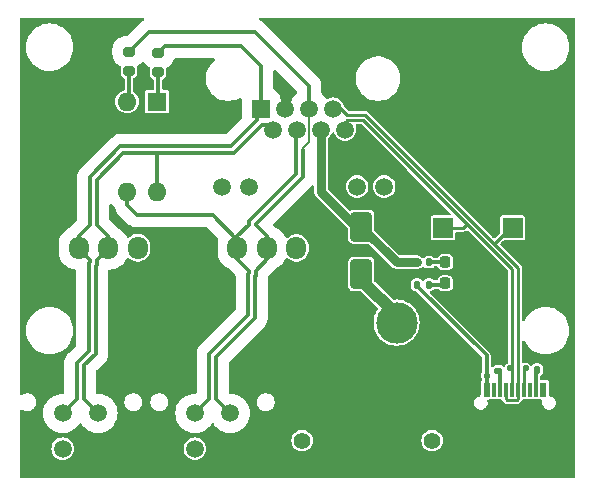
<source format=gbr>
%TF.GenerationSoftware,KiCad,Pcbnew,8.0.7-8.0.7-0~ubuntu22.04.1*%
%TF.CreationDate,2025-01-12T20:07:59+01:00*%
%TF.ProjectId,debug_can_usb,64656275-675f-4636-916e-5f7573622e6b,rev?*%
%TF.SameCoordinates,Original*%
%TF.FileFunction,Copper,L1,Top*%
%TF.FilePolarity,Positive*%
%FSLAX46Y46*%
G04 Gerber Fmt 4.6, Leading zero omitted, Abs format (unit mm)*
G04 Created by KiCad (PCBNEW 8.0.7-8.0.7-0~ubuntu22.04.1) date 2025-01-12 20:07:59*
%MOMM*%
%LPD*%
G01*
G04 APERTURE LIST*
G04 Aperture macros list*
%AMRoundRect*
0 Rectangle with rounded corners*
0 $1 Rounding radius*
0 $2 $3 $4 $5 $6 $7 $8 $9 X,Y pos of 4 corners*
0 Add a 4 corners polygon primitive as box body*
4,1,4,$2,$3,$4,$5,$6,$7,$8,$9,$2,$3,0*
0 Add four circle primitives for the rounded corners*
1,1,$1+$1,$2,$3*
1,1,$1+$1,$4,$5*
1,1,$1+$1,$6,$7*
1,1,$1+$1,$8,$9*
0 Add four rect primitives between the rounded corners*
20,1,$1+$1,$2,$3,$4,$5,0*
20,1,$1+$1,$4,$5,$6,$7,0*
20,1,$1+$1,$6,$7,$8,$9,0*
20,1,$1+$1,$8,$9,$2,$3,0*%
G04 Aperture macros list end*
%TA.AperFunction,SMDPad,CuDef*%
%ADD10RoundRect,0.200000X-0.275000X0.200000X-0.275000X-0.200000X0.275000X-0.200000X0.275000X0.200000X0*%
%TD*%
%TA.AperFunction,SMDPad,CuDef*%
%ADD11RoundRect,0.218750X0.218750X0.256250X-0.218750X0.256250X-0.218750X-0.256250X0.218750X-0.256250X0*%
%TD*%
%TA.AperFunction,SMDPad,CuDef*%
%ADD12RoundRect,0.135000X-0.135000X-0.185000X0.135000X-0.185000X0.135000X0.185000X-0.135000X0.185000X0*%
%TD*%
%TA.AperFunction,SMDPad,CuDef*%
%ADD13RoundRect,0.250000X-0.650000X1.000000X-0.650000X-1.000000X0.650000X-1.000000X0.650000X1.000000X0*%
%TD*%
%TA.AperFunction,ComponentPad*%
%ADD14RoundRect,0.250001X0.499999X0.499999X-0.499999X0.499999X-0.499999X-0.499999X0.499999X-0.499999X0*%
%TD*%
%TA.AperFunction,ComponentPad*%
%ADD15C,1.500000*%
%TD*%
%TA.AperFunction,SMDPad,CuDef*%
%ADD16RoundRect,0.135000X-0.185000X0.135000X-0.185000X-0.135000X0.185000X-0.135000X0.185000X0.135000X0*%
%TD*%
%TA.AperFunction,SMDPad,CuDef*%
%ADD17R,0.600000X1.240000*%
%TD*%
%TA.AperFunction,SMDPad,CuDef*%
%ADD18R,0.300000X1.240000*%
%TD*%
%TA.AperFunction,ComponentPad*%
%ADD19O,1.000000X2.100000*%
%TD*%
%TA.AperFunction,ComponentPad*%
%ADD20O,1.000000X1.800000*%
%TD*%
%TA.AperFunction,SMDPad,CuDef*%
%ADD21RoundRect,0.135000X0.135000X0.185000X-0.135000X0.185000X-0.135000X-0.185000X0.135000X-0.185000X0*%
%TD*%
%TA.AperFunction,ComponentPad*%
%ADD22RoundRect,0.250000X-0.600000X-0.725000X0.600000X-0.725000X0.600000X0.725000X-0.600000X0.725000X0*%
%TD*%
%TA.AperFunction,ComponentPad*%
%ADD23O,1.700000X1.950000*%
%TD*%
%TA.AperFunction,ComponentPad*%
%ADD24R,1.700000X1.700000*%
%TD*%
%TA.AperFunction,ComponentPad*%
%ADD25R,1.600000X1.600000*%
%TD*%
%TA.AperFunction,ComponentPad*%
%ADD26O,1.600000X1.600000*%
%TD*%
%TA.AperFunction,ComponentPad*%
%ADD27C,1.400000*%
%TD*%
%TA.AperFunction,ComponentPad*%
%ADD28RoundRect,0.770000X0.980000X0.980000X-0.980000X0.980000X-0.980000X-0.980000X0.980000X-0.980000X0*%
%TD*%
%TA.AperFunction,ComponentPad*%
%ADD29C,3.500000*%
%TD*%
%TA.AperFunction,ComponentPad*%
%ADD30R,1.500000X1.500000*%
%TD*%
%TA.AperFunction,ComponentPad*%
%ADD31C,2.300000*%
%TD*%
%TA.AperFunction,ViaPad*%
%ADD32C,0.550000*%
%TD*%
%TA.AperFunction,Conductor*%
%ADD33C,0.750000*%
%TD*%
%TA.AperFunction,Conductor*%
%ADD34C,0.254000*%
%TD*%
%TA.AperFunction,Conductor*%
%ADD35C,0.300000*%
%TD*%
%TA.AperFunction,Conductor*%
%ADD36C,0.160000*%
%TD*%
%TA.AperFunction,Conductor*%
%ADD37C,1.000000*%
%TD*%
G04 APERTURE END LIST*
D10*
%TO.P,R2,1*%
%TO.N,/CAN/CAN1-*%
X135820000Y-65965001D03*
%TO.P,R2,2*%
%TO.N,Net-(R2-Pad2)*%
X135820000Y-67615001D03*
%TD*%
D11*
%TO.P,D1,1,K*%
%TO.N,GND*%
X161697502Y-85490001D03*
%TO.P,D1,2,A*%
%TO.N,Net-(D1-A)*%
X160122500Y-85490001D03*
%TD*%
D12*
%TO.P,R1,1*%
%TO.N,Net-(J5-VBUS-PadA4)*%
X157700001Y-85590001D03*
%TO.P,R1,2*%
%TO.N,Net-(D1-A)*%
X158720001Y-85590001D03*
%TD*%
D13*
%TO.P,D3,1,K*%
%TO.N,+12V*%
X153020000Y-80690000D03*
%TO.P,D3,2,A*%
%TO.N,Net-(D3-A)*%
X153020000Y-84690002D03*
%TD*%
D14*
%TO.P,U2,1,Pin_1*%
%TO.N,GND*%
X141920000Y-99490001D03*
D15*
%TO.P,U2,2,Pin_2*%
%TO.N,unconnected-(U2-Pin_2-Pad2)*%
X138920000Y-99490001D03*
%TO.P,U2,3,Pin_3*%
%TO.N,/CAN/CAN2+*%
X141920000Y-96490001D03*
%TO.P,U2,4,Pin_4*%
%TO.N,/CAN/CAN2-*%
X138920000Y-96490001D03*
%TD*%
D16*
%TO.P,R5,1*%
%TO.N,GND*%
X164620000Y-91880002D03*
%TO.P,R5,2*%
%TO.N,Net-(J5-CC1)*%
X164620000Y-92900000D03*
%TD*%
D10*
%TO.P,R3,1*%
%TO.N,/CAN/CAN2+*%
X133320000Y-65865001D03*
%TO.P,R3,2*%
%TO.N,Net-(R3-Pad2)*%
X133320000Y-67515001D03*
%TD*%
D17*
%TO.P,J5,A1,GND*%
%TO.N,GND*%
X162820000Y-94480001D03*
%TO.P,J5,A4,VBUS*%
%TO.N,Net-(J5-VBUS-PadA4)*%
X163620000Y-94480001D03*
D18*
%TO.P,J5,A5,CC1*%
%TO.N,Net-(J5-CC1)*%
X164770000Y-94480001D03*
%TO.P,J5,A6,D+*%
%TO.N,/CAN/USB_DOWNSTREAM_D+*%
X165770000Y-94480001D03*
%TO.P,J5,A7,D-*%
%TO.N,/CAN/USB_DOWNSTREAM_D-*%
X166270000Y-94480001D03*
%TO.P,J5,A8,SBU1*%
%TO.N,unconnected-(J5-SBU1-PadA8)*%
X167270000Y-94480001D03*
D17*
%TO.P,J5,A9,VBUS*%
%TO.N,Net-(J5-VBUS-PadA4)*%
X168420000Y-94480001D03*
%TO.P,J5,A12,GND*%
%TO.N,GND*%
X169220000Y-94480001D03*
%TO.P,J5,B1,GND*%
X169220000Y-94480001D03*
%TO.P,J5,B4,VBUS*%
%TO.N,Net-(J5-VBUS-PadA4)*%
X168420000Y-94480001D03*
D18*
%TO.P,J5,B5,CC2*%
%TO.N,Net-(J5-CC2)*%
X167770000Y-94480001D03*
%TO.P,J5,B6,D+*%
%TO.N,/CAN/USB_DOWNSTREAM_D+*%
X166770000Y-94480001D03*
%TO.P,J5,B7,D-*%
%TO.N,/CAN/USB_DOWNSTREAM_D-*%
X165270000Y-94480001D03*
%TO.P,J5,B8,SBU2*%
%TO.N,unconnected-(J5-SBU2-PadB8)*%
X164270000Y-94480001D03*
D17*
%TO.P,J5,B9,VBUS*%
%TO.N,Net-(J5-VBUS-PadA4)*%
X163620000Y-94480001D03*
%TO.P,J5,B12,GND*%
%TO.N,GND*%
X162820000Y-94480001D03*
D19*
%TO.P,J5,S1,SHIELD*%
X161700000Y-95080001D03*
D20*
X161700000Y-99280001D03*
D19*
X170340000Y-95080001D03*
D20*
X170340000Y-99280001D03*
%TD*%
D11*
%TO.P,D2,1,K*%
%TO.N,GND*%
X161685003Y-83690001D03*
%TO.P,D2,2,A*%
%TO.N,Net-(D2-A)*%
X160110001Y-83690001D03*
%TD*%
D21*
%TO.P,R4,1*%
%TO.N,GND*%
X168929999Y-92790001D03*
%TO.P,R4,2*%
%TO.N,Net-(J5-CC2)*%
X167910001Y-92790001D03*
%TD*%
D22*
%TO.P,J3,1,Pin_1*%
%TO.N,GND*%
X140020000Y-82490001D03*
D23*
%TO.P,J3,2,Pin_2*%
%TO.N,/CAN/CAN2-*%
X142520000Y-82490001D03*
%TO.P,J3,3,Pin_3*%
%TO.N,/CAN/CAN2+*%
X145020000Y-82490001D03*
%TO.P,J3,4,Pin_4*%
%TO.N,unconnected-(J3-Pin_4-Pad4)*%
X147520000Y-82490001D03*
%TD*%
D24*
%TO.P,J4,1,Pin_1*%
%TO.N,/CAN/USB_DOWNSTREAM_D-*%
X165820000Y-80790001D03*
%TD*%
D14*
%TO.P,U3,1,Pin_1*%
%TO.N,GND*%
X130720000Y-99490001D03*
D15*
%TO.P,U3,2,Pin_2*%
%TO.N,unconnected-(U3-Pin_2-Pad2)*%
X127720000Y-99490001D03*
%TO.P,U3,3,Pin_3*%
%TO.N,/CAN/CAN1+*%
X130720000Y-96490001D03*
%TO.P,U3,4,Pin_4*%
%TO.N,/CAN/CAN1-*%
X127720000Y-96490001D03*
%TD*%
D21*
%TO.P,R6,1*%
%TO.N,Net-(D2-A)*%
X158720000Y-83690001D03*
%TO.P,R6,2*%
%TO.N,+12V*%
X157700002Y-83690001D03*
%TD*%
D25*
%TO.P,SW1,1*%
%TO.N,Net-(R2-Pad2)*%
X135720000Y-70090001D03*
D26*
%TO.P,SW1,2*%
%TO.N,Net-(R3-Pad2)*%
X133180000Y-70090001D03*
%TO.P,SW1,3*%
%TO.N,/CAN/CAN2-*%
X133180000Y-77710001D03*
%TO.P,SW1,4*%
%TO.N,/CAN/CAN1+*%
X135720000Y-77710001D03*
%TD*%
D22*
%TO.P,J1,1,Pin_1*%
%TO.N,GND*%
X126570000Y-82465001D03*
D23*
%TO.P,J1,2,Pin_2*%
%TO.N,/CAN/CAN1-*%
X129070000Y-82465001D03*
%TO.P,J1,3,Pin_3*%
%TO.N,/CAN/CAN1+*%
X131570000Y-82465001D03*
%TO.P,J1,4,Pin_4*%
%TO.N,unconnected-(J1-Pin_4-Pad4)*%
X134070000Y-82465001D03*
%TD*%
D27*
%TO.P,J7,*%
%TO.N,*%
X159000000Y-98805001D03*
X148000000Y-98805001D03*
D28*
%TO.P,J7,1,Pin_1*%
%TO.N,GND*%
X151000000Y-88805001D03*
D29*
%TO.P,J7,2,Pin_2*%
%TO.N,Net-(D3-A)*%
X156000000Y-88805001D03*
%TD*%
D30*
%TO.P,J2,1*%
%TO.N,/CAN/CAN1-*%
X144524000Y-70690001D03*
D15*
%TO.P,J2,2*%
%TO.N,/CAN/CAN1+*%
X145540000Y-72470002D03*
%TO.P,J2,3*%
%TO.N,GND*%
X146556000Y-70690001D03*
%TO.P,J2,4*%
%TO.N,/CAN/CAN2-*%
X147572000Y-72470002D03*
%TO.P,J2,5*%
%TO.N,/CAN/CAN2+*%
X148588000Y-70690001D03*
%TO.P,J2,6*%
%TO.N,+12V*%
X149604000Y-72470002D03*
%TO.P,J2,7*%
%TO.N,/CAN/USB_DOWNSTREAM_D-*%
X150620000Y-70690001D03*
%TO.P,J2,8*%
%TO.N,/CAN/USB_DOWNSTREAM_D+*%
X151635999Y-72470001D03*
%TO.P,J2,9*%
%TO.N,unconnected-(J2-Pad9)*%
X141224000Y-77290001D03*
%TO.P,J2,10*%
%TO.N,unconnected-(J2-Pad10)*%
X143514000Y-77290001D03*
%TO.P,J2,11*%
%TO.N,unconnected-(J2-Pad11)*%
X152654000Y-77290001D03*
%TO.P,J2,12*%
%TO.N,unconnected-(J2-Pad12)*%
X154944000Y-77290001D03*
D31*
%TO.P,J2,SH*%
%TO.N,GND*%
X139954000Y-71580001D03*
X156214000Y-71580001D03*
%TD*%
D24*
%TO.P,J6,1,Pin_1*%
%TO.N,/CAN/USB_DOWNSTREAM_D+*%
X159920000Y-80790001D03*
%TD*%
D32*
%TO.N,/CAN/USB_DOWNSTREAM_D+*%
X165620000Y-92690001D03*
X166920000Y-92690001D03*
%TO.N,Net-(J5-VBUS-PadA4)*%
X168420000Y-94480001D03*
X163620000Y-93290001D03*
%TD*%
D33*
%TO.N,+12V*%
X149604000Y-77774001D02*
X152519999Y-80690000D01*
X153020000Y-80690000D02*
X156020001Y-83690001D01*
X156020001Y-83690001D02*
X157700002Y-83690001D01*
X152519999Y-80690000D02*
X153020000Y-80690000D01*
X149604000Y-72470002D02*
X149604000Y-77774001D01*
D34*
%TO.N,/CAN/USB_DOWNSTREAM_D+*%
X151839000Y-71671001D02*
X153149177Y-71671001D01*
X161944089Y-80465912D02*
X165770000Y-84291824D01*
X161620000Y-80790001D02*
X159720000Y-80790001D01*
X151635999Y-71874002D02*
X151839000Y-71671001D01*
X165770000Y-84291824D02*
X165770000Y-94480001D01*
X151635999Y-72470001D02*
X151635999Y-71874002D01*
X166920000Y-92690001D02*
X166770000Y-92840001D01*
X153149177Y-71671001D02*
X161944089Y-80465912D01*
X166770000Y-92840001D02*
X166770000Y-94480001D01*
X161944089Y-80465912D02*
X161620000Y-80790001D01*
%TO.N,/CAN/USB_DOWNSTREAM_D-*%
X165270000Y-95258001D02*
X165366000Y-95354001D01*
X165620000Y-80790001D02*
X165820000Y-80790001D01*
X165366000Y-95354001D02*
X166174000Y-95354001D01*
X164253792Y-82156209D02*
X166270000Y-84172416D01*
X151300830Y-70690001D02*
X151800830Y-71190001D01*
X151800830Y-71190001D02*
X153287585Y-71190001D01*
X153287585Y-71190001D02*
X164253792Y-82156209D01*
X166270000Y-84172416D02*
X166270000Y-94480001D01*
X165270000Y-94480001D02*
X165270000Y-95258001D01*
X165820000Y-80790001D02*
X165920000Y-80890001D01*
X164253792Y-82156209D02*
X165620000Y-80790001D01*
X166270000Y-95258001D02*
X166270000Y-94480001D01*
X150620000Y-70690001D02*
X151300830Y-70690001D01*
X166174000Y-95354001D02*
X166270000Y-95258001D01*
D35*
%TO.N,Net-(J5-CC2)*%
X167770000Y-94480001D02*
X167770000Y-92930002D01*
X167770000Y-92930002D02*
X167910001Y-92790001D01*
%TO.N,Net-(J5-CC1)*%
X164770000Y-93050000D02*
X164770000Y-94480001D01*
X164620000Y-92900000D02*
X164770000Y-93050000D01*
%TO.N,/CAN/CAN2-*%
X140420000Y-79690001D02*
X142520000Y-81790001D01*
X133180000Y-77710001D02*
X133180000Y-78841371D01*
X140119999Y-95290002D02*
X140119999Y-91465736D01*
X142520000Y-83465001D02*
X142520000Y-82490001D01*
X142520000Y-82490001D02*
X142520000Y-81515001D01*
X143470000Y-84610393D02*
X143470000Y-84415001D01*
X142520000Y-81515001D02*
X143470000Y-80565001D01*
X143470000Y-80565001D02*
X143470000Y-80215735D01*
X142520000Y-81790001D02*
X142520000Y-82490001D01*
X147479763Y-76205972D02*
X147479763Y-72562239D01*
X143420000Y-88165735D02*
X143420000Y-84660393D01*
X134028630Y-79690001D02*
X140420000Y-79690001D01*
X143470000Y-84415001D02*
X142520000Y-83465001D01*
X147479763Y-72562239D02*
X147572000Y-72470002D01*
X138920000Y-96490001D02*
X140119999Y-95290002D01*
X143470000Y-80215735D02*
X147479763Y-76205972D01*
X133180000Y-78841371D02*
X134028630Y-79690001D01*
X143420000Y-84660393D02*
X143470000Y-84610393D01*
X140119999Y-91465736D02*
X143420000Y-88165735D01*
%TO.N,/CAN/CAN2+*%
X144020000Y-88414267D02*
X144020000Y-84890001D01*
X144070000Y-80565001D02*
X144070000Y-80464267D01*
D36*
X148588000Y-70690001D02*
X148574000Y-70704001D01*
D35*
X144020000Y-64190001D02*
X148588000Y-68758001D01*
X145020000Y-83465001D02*
X145020000Y-82490001D01*
X148079763Y-76454504D02*
X148079763Y-74190001D01*
X145020000Y-81515001D02*
X144070000Y-80565001D01*
X144070000Y-84415001D02*
X145020000Y-83465001D01*
X144070000Y-80464267D02*
X148079763Y-76454504D01*
X140720001Y-95290002D02*
X140720001Y-91714266D01*
X141920000Y-96490001D02*
X140720001Y-95290002D01*
X140720001Y-91714266D02*
X144020000Y-88414267D01*
X144070000Y-84840001D02*
X144070000Y-84415001D01*
X133320000Y-65865001D02*
X134995000Y-64190001D01*
X144020000Y-84890001D02*
X144070000Y-84840001D01*
D36*
X148574000Y-70704001D02*
X148574000Y-73515882D01*
D35*
X134995000Y-64190001D02*
X144020000Y-64190001D01*
D36*
X148079763Y-74010119D02*
X148079763Y-74190001D01*
D35*
X145020000Y-82490001D02*
X145020000Y-81515001D01*
X148588000Y-68758001D02*
X148588000Y-70690001D01*
D36*
X148574000Y-73515882D02*
X148079763Y-74010119D01*
D35*
%TO.N,/CAN/CAN1-*%
X141995734Y-73890001D02*
X144197728Y-71688007D01*
X129070000Y-82465001D02*
X129070000Y-81490001D01*
X136395000Y-65390001D02*
X142820000Y-65390001D01*
X132620000Y-73890001D02*
X141995734Y-73890001D01*
X129070000Y-82590001D02*
X129070000Y-82465001D01*
X130020000Y-83540001D02*
X129070000Y-82590001D01*
X130020000Y-80540001D02*
X130020000Y-76490001D01*
X128920000Y-95290001D02*
X128920000Y-92190001D01*
X129920000Y-83750751D02*
X130020000Y-83650751D01*
X127720000Y-96490001D02*
X128920000Y-95290001D01*
X144524000Y-67094001D02*
X144524000Y-70690001D01*
X130020000Y-83650751D02*
X130020000Y-83540001D01*
X129920000Y-91190001D02*
X129920000Y-83750751D01*
X144197728Y-71688007D02*
X144197728Y-71016273D01*
X129070000Y-81490001D02*
X130020000Y-80540001D01*
X130020000Y-76490001D02*
X132620000Y-73890001D01*
X142820000Y-65390001D02*
X144524000Y-67094001D01*
X144197728Y-71016273D02*
X144524000Y-70690001D01*
X128920000Y-92190001D02*
X129920000Y-91190001D01*
X135820000Y-65965001D02*
X136395000Y-65390001D01*
%TO.N,/CAN/CAN1+*%
X132868528Y-74490001D02*
X135720000Y-74490001D01*
X130520000Y-91438529D02*
X130520000Y-83990001D01*
X129520000Y-95290001D02*
X129520000Y-92438529D01*
X144621994Y-72112273D02*
X145182271Y-72112273D01*
X145182271Y-72112273D02*
X145540000Y-72470002D01*
X130520000Y-83990001D02*
X130620000Y-83890001D01*
X130620000Y-76738529D02*
X132868528Y-74490001D01*
X131570000Y-82590001D02*
X131570000Y-82465001D01*
X135720000Y-77710001D02*
X135720000Y-74490001D01*
X131570000Y-82465001D02*
X131570000Y-81490001D01*
X142244266Y-74490001D02*
X144621994Y-72112273D01*
X131570000Y-81490001D02*
X130620000Y-80540001D01*
X130620000Y-83540001D02*
X131570000Y-82590001D01*
X130720000Y-96490001D02*
X129520000Y-95290001D01*
X135720000Y-74490001D02*
X142244266Y-74490001D01*
X130620000Y-83890001D02*
X130620000Y-83540001D01*
X130620000Y-80540001D02*
X130620000Y-76738529D01*
X129520000Y-92438529D02*
X130520000Y-91438529D01*
%TO.N,Net-(D1-A)*%
X160022500Y-85590001D02*
X160122500Y-85490001D01*
X158720001Y-85590001D02*
X160022500Y-85590001D01*
%TO.N,Net-(D2-A)*%
X160110001Y-83690001D02*
X158720000Y-83690001D01*
%TO.N,Net-(J5-VBUS-PadA4)*%
X163620000Y-93290001D02*
X163620000Y-94480001D01*
X168395001Y-94505000D02*
X168420000Y-94480001D01*
X163620000Y-91590001D02*
X163620000Y-93290001D01*
X157700001Y-85590001D02*
X157700001Y-85670002D01*
X168395001Y-94918757D02*
X168395001Y-94505000D01*
X157700001Y-85670002D02*
X163620000Y-91590001D01*
%TO.N,Net-(R2-Pad2)*%
X135820000Y-67615001D02*
X135820000Y-69990001D01*
X135820000Y-69990001D02*
X135720000Y-70090001D01*
%TO.N,Net-(R3-Pad2)*%
X133320000Y-67515001D02*
X133320000Y-69950001D01*
X133320000Y-69950001D02*
X133180000Y-70090001D01*
D37*
%TO.N,Net-(D3-A)*%
X156000000Y-88170001D02*
X156000000Y-88805001D01*
X153020000Y-84690002D02*
X153020000Y-85190001D01*
X153020000Y-85190001D02*
X156000000Y-88170001D01*
%TD*%
%TA.AperFunction,Conductor*%
%TO.N,GND*%
G36*
X134589408Y-63010186D02*
G01*
X134635163Y-63062990D01*
X134645107Y-63132148D01*
X134616082Y-63195704D01*
X134569821Y-63229062D01*
X134497408Y-63259055D01*
X134497395Y-63259062D01*
X134325345Y-63374023D01*
X134325341Y-63374026D01*
X133171188Y-64528182D01*
X133109865Y-64561667D01*
X133083507Y-64564501D01*
X132960962Y-64564501D01*
X132930416Y-64566320D01*
X132913749Y-64567313D01*
X132708397Y-64611985D01*
X132708386Y-64611988D01*
X132515191Y-64694719D01*
X132341137Y-64812522D01*
X132341132Y-64812526D01*
X132192525Y-64961133D01*
X132192521Y-64961138D01*
X132074718Y-65135192D01*
X131991987Y-65328387D01*
X131991984Y-65328398D01*
X131947312Y-65533750D01*
X131947312Y-65533756D01*
X131944500Y-65580963D01*
X131944500Y-66149039D01*
X131946484Y-66182361D01*
X131947312Y-66196251D01*
X131991984Y-66401603D01*
X131991987Y-66401614D01*
X132074718Y-66594809D01*
X132074720Y-66594812D01*
X132074721Y-66594814D01*
X132192523Y-66768866D01*
X132341135Y-66917478D01*
X132515187Y-67035280D01*
X132584335Y-67064891D01*
X132638211Y-67109374D01*
X132659486Y-67175926D01*
X132657994Y-67198275D01*
X132644500Y-67283475D01*
X132644500Y-67746518D01*
X132650206Y-67782542D01*
X132659354Y-67840305D01*
X132716950Y-67953343D01*
X132716952Y-67953345D01*
X132716954Y-67953348D01*
X132806652Y-68043046D01*
X132806656Y-68043049D01*
X132806658Y-68043051D01*
X132901797Y-68091527D01*
X132952591Y-68139500D01*
X132969500Y-68202010D01*
X132969500Y-69016371D01*
X132949815Y-69083410D01*
X132897011Y-69129165D01*
X132881496Y-69135031D01*
X132795271Y-69161187D01*
X132621467Y-69254087D01*
X132621460Y-69254091D01*
X132469116Y-69379117D01*
X132344090Y-69531461D01*
X132344086Y-69531468D01*
X132251188Y-69705267D01*
X132193975Y-69893871D01*
X132174659Y-70090001D01*
X132193975Y-70286130D01*
X132251188Y-70474734D01*
X132344086Y-70648533D01*
X132344090Y-70648540D01*
X132469116Y-70800884D01*
X132621460Y-70925910D01*
X132621467Y-70925914D01*
X132795266Y-71018812D01*
X132795269Y-71018812D01*
X132795273Y-71018815D01*
X132983868Y-71076025D01*
X133180000Y-71095342D01*
X133376132Y-71076025D01*
X133564727Y-71018815D01*
X133738538Y-70925911D01*
X133890883Y-70800884D01*
X134015910Y-70648539D01*
X134108814Y-70474728D01*
X134166024Y-70286133D01*
X134185341Y-70090001D01*
X134166024Y-69893869D01*
X134108814Y-69705274D01*
X134108811Y-69705270D01*
X134108811Y-69705267D01*
X134015913Y-69531468D01*
X134015909Y-69531461D01*
X133890883Y-69379117D01*
X133738533Y-69254087D01*
X133736035Y-69252752D01*
X133734972Y-69251708D01*
X133733467Y-69250702D01*
X133733657Y-69250416D01*
X133686196Y-69203784D01*
X133670500Y-69143400D01*
X133670500Y-68202010D01*
X133690185Y-68134971D01*
X133738202Y-68091527D01*
X133833342Y-68043051D01*
X133923050Y-67953343D01*
X133980646Y-67840305D01*
X133980646Y-67840303D01*
X133980647Y-67840302D01*
X133995499Y-67746525D01*
X133995500Y-67746520D01*
X133995499Y-67283483D01*
X133982004Y-67198273D01*
X133990960Y-67128981D01*
X134035957Y-67075530D01*
X134055654Y-67064895D01*
X134124813Y-67035280D01*
X134298865Y-66917478D01*
X134447059Y-66769283D01*
X134508379Y-66735801D01*
X134578070Y-66740785D01*
X134634004Y-66782656D01*
X134637427Y-66787464D01*
X134692515Y-66868856D01*
X134692521Y-66868863D01*
X134692523Y-66868866D01*
X134841135Y-67017478D01*
X135015187Y-67135280D01*
X135084335Y-67164891D01*
X135138211Y-67209374D01*
X135159486Y-67275926D01*
X135157994Y-67298275D01*
X135144500Y-67383475D01*
X135144500Y-67846518D01*
X135155292Y-67914658D01*
X135159354Y-67940305D01*
X135216950Y-68053343D01*
X135216952Y-68053345D01*
X135216954Y-68053348D01*
X135306652Y-68143046D01*
X135306656Y-68143049D01*
X135306658Y-68143051D01*
X135401797Y-68191527D01*
X135452591Y-68239500D01*
X135469500Y-68302010D01*
X135469500Y-68965501D01*
X135449815Y-69032540D01*
X135397011Y-69078295D01*
X135345500Y-69089501D01*
X134900247Y-69089501D01*
X134841770Y-69101132D01*
X134841769Y-69101133D01*
X134775447Y-69145448D01*
X134731132Y-69211770D01*
X134731131Y-69211771D01*
X134719500Y-69270248D01*
X134719500Y-70909753D01*
X134731131Y-70968230D01*
X134731132Y-70968231D01*
X134775447Y-71034553D01*
X134841769Y-71078868D01*
X134841770Y-71078869D01*
X134900247Y-71090500D01*
X134900250Y-71090501D01*
X134900252Y-71090501D01*
X136539750Y-71090501D01*
X136539751Y-71090500D01*
X136554568Y-71087553D01*
X136598229Y-71078869D01*
X136598229Y-71078868D01*
X136598231Y-71078868D01*
X136664552Y-71034553D01*
X136708867Y-70968232D01*
X136708867Y-70968230D01*
X136708868Y-70968230D01*
X136720499Y-70909753D01*
X136720500Y-70909751D01*
X136720500Y-69270250D01*
X136720499Y-69270248D01*
X136708868Y-69211771D01*
X136708867Y-69211770D01*
X136664552Y-69145448D01*
X136598230Y-69101133D01*
X136598229Y-69101132D01*
X136539752Y-69089501D01*
X136539748Y-69089501D01*
X136294500Y-69089501D01*
X136227461Y-69069816D01*
X136181706Y-69017012D01*
X136170500Y-68965501D01*
X136170500Y-68302010D01*
X136190185Y-68234971D01*
X136238202Y-68191527D01*
X136333342Y-68143051D01*
X136423050Y-68053343D01*
X136480646Y-67940305D01*
X136480646Y-67940303D01*
X136480647Y-67940302D01*
X136495499Y-67846525D01*
X136495500Y-67846520D01*
X136495499Y-67383483D01*
X136482004Y-67298273D01*
X136490960Y-67228981D01*
X136535957Y-67175530D01*
X136555654Y-67164895D01*
X136624813Y-67135280D01*
X136798865Y-67017478D01*
X136947477Y-66868866D01*
X137065279Y-66694814D01*
X137141985Y-66515688D01*
X137186470Y-66461811D01*
X137253022Y-66440536D01*
X137255973Y-66440501D01*
X140509155Y-66440501D01*
X140576194Y-66460186D01*
X140621949Y-66512990D01*
X140631893Y-66582148D01*
X140602868Y-66645704D01*
X140584641Y-66662877D01*
X140492101Y-66733884D01*
X140492094Y-66733890D01*
X140317889Y-66908095D01*
X140317883Y-66908102D01*
X140167899Y-67103566D01*
X140044712Y-67316932D01*
X140044708Y-67316942D01*
X139950425Y-67544560D01*
X139886660Y-67782539D01*
X139886658Y-67782550D01*
X139854500Y-68026804D01*
X139854500Y-68273197D01*
X139877986Y-68451580D01*
X139886659Y-68517460D01*
X139886660Y-68517462D01*
X139950425Y-68755441D01*
X140044708Y-68983059D01*
X140044712Y-68983069D01*
X140167899Y-69196435D01*
X140317883Y-69391899D01*
X140317889Y-69391906D01*
X140492094Y-69566111D01*
X140492101Y-69566117D01*
X140687565Y-69716101D01*
X140900931Y-69839288D01*
X140900932Y-69839288D01*
X140900935Y-69839290D01*
X141128558Y-69933575D01*
X141366541Y-69997342D01*
X141610811Y-70029501D01*
X141610818Y-70029501D01*
X141857182Y-70029501D01*
X141857189Y-70029501D01*
X142101459Y-69997342D01*
X142339442Y-69933575D01*
X142567065Y-69839290D01*
X142687500Y-69769757D01*
X142755400Y-69753284D01*
X142821427Y-69776137D01*
X142864618Y-69831058D01*
X142873500Y-69877144D01*
X142873500Y-71475240D01*
X142853815Y-71542279D01*
X142837181Y-71562921D01*
X141596922Y-72803182D01*
X141535599Y-72836667D01*
X141509241Y-72839501D01*
X132516530Y-72839501D01*
X132313587Y-72879869D01*
X132313579Y-72879871D01*
X132122403Y-72959059D01*
X131950344Y-73074024D01*
X131879013Y-73145356D01*
X131804023Y-73220346D01*
X131804020Y-73220349D01*
X129350348Y-75674021D01*
X129350345Y-75674024D01*
X129304891Y-75719478D01*
X129204023Y-75820345D01*
X129089058Y-75992404D01*
X129009870Y-76183580D01*
X129009868Y-76183588D01*
X128969500Y-76386531D01*
X128969500Y-80053507D01*
X128949815Y-80120546D01*
X128933181Y-80141188D01*
X128400347Y-80674022D01*
X128400343Y-80674024D01*
X128400344Y-80674025D01*
X128334766Y-80739601D01*
X128297555Y-80764468D01*
X128297750Y-80764863D01*
X128294755Y-80766339D01*
X128294562Y-80766469D01*
X128294131Y-80766647D01*
X128294104Y-80766660D01*
X128095382Y-80881393D01*
X127913338Y-81021082D01*
X127751081Y-81183339D01*
X127611392Y-81365383D01*
X127496657Y-81564110D01*
X127496650Y-81564124D01*
X127408842Y-81776113D01*
X127349453Y-81997760D01*
X127349451Y-81997771D01*
X127319500Y-82225259D01*
X127319500Y-82704742D01*
X127344446Y-82894216D01*
X127349452Y-82932239D01*
X127393014Y-83094816D01*
X127408842Y-83153888D01*
X127496650Y-83365877D01*
X127496657Y-83365891D01*
X127611392Y-83564618D01*
X127751081Y-83746662D01*
X127751089Y-83746671D01*
X127913330Y-83908912D01*
X127913338Y-83908919D01*
X127913339Y-83908920D01*
X127963962Y-83947765D01*
X128095382Y-84048608D01*
X128095385Y-84048609D01*
X128095388Y-84048612D01*
X128294112Y-84163345D01*
X128294117Y-84163347D01*
X128294123Y-84163350D01*
X128358810Y-84190144D01*
X128506113Y-84251159D01*
X128727755Y-84310547D01*
X128727762Y-84310549D01*
X128761687Y-84315015D01*
X128825579Y-84343278D01*
X128864052Y-84401602D01*
X128869500Y-84437953D01*
X128869500Y-89428106D01*
X128849904Y-89494840D01*
X128866666Y-89525537D01*
X128869500Y-89551895D01*
X128869500Y-90703507D01*
X128849815Y-90770546D01*
X128833181Y-90791188D01*
X128250347Y-91374022D01*
X128250345Y-91374024D01*
X128209999Y-91414370D01*
X128104023Y-91520345D01*
X127989058Y-91692404D01*
X127909870Y-91883580D01*
X127909868Y-91883588D01*
X127869500Y-92086531D01*
X127869500Y-94712020D01*
X127849815Y-94779059D01*
X127797011Y-94824814D01*
X127735774Y-94835638D01*
X127720001Y-94834397D01*
X127720000Y-94834397D01*
X127695810Y-94836300D01*
X127461009Y-94854779D01*
X127208389Y-94915428D01*
X126968376Y-95014844D01*
X126746859Y-95150589D01*
X126549311Y-95319312D01*
X126380588Y-95516860D01*
X126244843Y-95738377D01*
X126145427Y-95978390D01*
X126084778Y-96231010D01*
X126064396Y-96490001D01*
X126084778Y-96748991D01*
X126145427Y-97001611D01*
X126244843Y-97241624D01*
X126244845Y-97241628D01*
X126244846Y-97241629D01*
X126380588Y-97463141D01*
X126549311Y-97660690D01*
X126746860Y-97829413D01*
X126968372Y-97965155D01*
X126968374Y-97965155D01*
X126968376Y-97965157D01*
X127029693Y-97990555D01*
X127208390Y-98064574D01*
X127461006Y-98125222D01*
X127720000Y-98145605D01*
X127978994Y-98125222D01*
X128231610Y-98064574D01*
X128471628Y-97965155D01*
X128693140Y-97829413D01*
X128890689Y-97660690D01*
X129059412Y-97463141D01*
X129114272Y-97373616D01*
X129166084Y-97326741D01*
X129235014Y-97315318D01*
X129299177Y-97342975D01*
X129325727Y-97373616D01*
X129380588Y-97463141D01*
X129549311Y-97660690D01*
X129746860Y-97829413D01*
X129968372Y-97965155D01*
X129968374Y-97965155D01*
X129968376Y-97965157D01*
X130029693Y-97990555D01*
X130208390Y-98064574D01*
X130461006Y-98125222D01*
X130720000Y-98145605D01*
X130978994Y-98125222D01*
X131231610Y-98064574D01*
X131471628Y-97965155D01*
X131693140Y-97829413D01*
X131890689Y-97660690D01*
X132059412Y-97463141D01*
X132195154Y-97241629D01*
X132294573Y-97001611D01*
X132355221Y-96748995D01*
X132375604Y-96490001D01*
X132355221Y-96231007D01*
X132294573Y-95978391D01*
X132209496Y-95772997D01*
X132195156Y-95738377D01*
X132125862Y-95625299D01*
X132059412Y-95516861D01*
X132023402Y-95474699D01*
X132955500Y-95474699D01*
X132955500Y-95625302D01*
X132984877Y-95772989D01*
X132984879Y-95772997D01*
X133042507Y-95912125D01*
X133042512Y-95912134D01*
X133126173Y-96037340D01*
X133126176Y-96037344D01*
X133232656Y-96143824D01*
X133232660Y-96143827D01*
X133357866Y-96227488D01*
X133357875Y-96227493D01*
X133389393Y-96240548D01*
X133497004Y-96285122D01*
X133644698Y-96314500D01*
X133644702Y-96314501D01*
X133644703Y-96314501D01*
X133795298Y-96314501D01*
X133795299Y-96314500D01*
X133942996Y-96285122D01*
X134082127Y-96227492D01*
X134207340Y-96143827D01*
X134313826Y-96037341D01*
X134397491Y-95912128D01*
X134455121Y-95772997D01*
X134484500Y-95625298D01*
X134484500Y-95474704D01*
X134484499Y-95474699D01*
X135155500Y-95474699D01*
X135155500Y-95625302D01*
X135184877Y-95772989D01*
X135184879Y-95772997D01*
X135242507Y-95912125D01*
X135242512Y-95912134D01*
X135326173Y-96037340D01*
X135326176Y-96037344D01*
X135432656Y-96143824D01*
X135432660Y-96143827D01*
X135557866Y-96227488D01*
X135557875Y-96227493D01*
X135589393Y-96240548D01*
X135697004Y-96285122D01*
X135844698Y-96314500D01*
X135844702Y-96314501D01*
X135844703Y-96314501D01*
X135995298Y-96314501D01*
X135995299Y-96314500D01*
X136142996Y-96285122D01*
X136282127Y-96227492D01*
X136407340Y-96143827D01*
X136513826Y-96037341D01*
X136597491Y-95912128D01*
X136655121Y-95772997D01*
X136684500Y-95625298D01*
X136684500Y-95474704D01*
X136655121Y-95327005D01*
X136597491Y-95187874D01*
X136597490Y-95187873D01*
X136597487Y-95187867D01*
X136513826Y-95062661D01*
X136513823Y-95062657D01*
X136407343Y-94956177D01*
X136407339Y-94956174D01*
X136282133Y-94872513D01*
X136282124Y-94872508D01*
X136142996Y-94814880D01*
X136142988Y-94814878D01*
X135995301Y-94785501D01*
X135995297Y-94785501D01*
X135844703Y-94785501D01*
X135844698Y-94785501D01*
X135697011Y-94814878D01*
X135697003Y-94814880D01*
X135557875Y-94872508D01*
X135557866Y-94872513D01*
X135432660Y-94956174D01*
X135432656Y-94956177D01*
X135326176Y-95062657D01*
X135326173Y-95062661D01*
X135242512Y-95187867D01*
X135242507Y-95187876D01*
X135184879Y-95327004D01*
X135184877Y-95327012D01*
X135155500Y-95474699D01*
X134484499Y-95474699D01*
X134455121Y-95327005D01*
X134397491Y-95187874D01*
X134397490Y-95187873D01*
X134397487Y-95187867D01*
X134313826Y-95062661D01*
X134313823Y-95062657D01*
X134207343Y-94956177D01*
X134207339Y-94956174D01*
X134082133Y-94872513D01*
X134082124Y-94872508D01*
X133942996Y-94814880D01*
X133942988Y-94814878D01*
X133795301Y-94785501D01*
X133795297Y-94785501D01*
X133644703Y-94785501D01*
X133644698Y-94785501D01*
X133497011Y-94814878D01*
X133497003Y-94814880D01*
X133357875Y-94872508D01*
X133357866Y-94872513D01*
X133232660Y-94956174D01*
X133232656Y-94956177D01*
X133126176Y-95062657D01*
X133126173Y-95062661D01*
X133042512Y-95187867D01*
X133042507Y-95187876D01*
X132984879Y-95327004D01*
X132984877Y-95327012D01*
X132955500Y-95474699D01*
X132023402Y-95474699D01*
X131890689Y-95319312D01*
X131693140Y-95150589D01*
X131471628Y-95014847D01*
X131471627Y-95014846D01*
X131471623Y-95014844D01*
X131262649Y-94928285D01*
X131231610Y-94915428D01*
X131231611Y-94915428D01*
X131052836Y-94872508D01*
X130978994Y-94854780D01*
X130978992Y-94854779D01*
X130978991Y-94854779D01*
X130764246Y-94837879D01*
X130720000Y-94834397D01*
X130719998Y-94834397D01*
X130704226Y-94835638D01*
X130635849Y-94821272D01*
X130586093Y-94772220D01*
X130570500Y-94712020D01*
X130570500Y-92925022D01*
X130590185Y-92857983D01*
X130606819Y-92837341D01*
X130954043Y-92490118D01*
X131335977Y-92108184D01*
X131450942Y-91936127D01*
X131530130Y-91744948D01*
X131570130Y-91543859D01*
X131570501Y-91541996D01*
X131570501Y-91329953D01*
X131570500Y-91329927D01*
X131570500Y-84464126D01*
X131590185Y-84397087D01*
X131642989Y-84351332D01*
X131680811Y-84341805D01*
X131680709Y-84341031D01*
X131696937Y-84338894D01*
X131912238Y-84310549D01*
X132133887Y-84251159D01*
X132345888Y-84163345D01*
X132544612Y-84048612D01*
X132726661Y-83908920D01*
X132726665Y-83908915D01*
X132726670Y-83908912D01*
X132888911Y-83746671D01*
X132888914Y-83746666D01*
X132888919Y-83746662D01*
X133028611Y-83564613D01*
X133141939Y-83368321D01*
X133192506Y-83320106D01*
X133261113Y-83306883D01*
X133325978Y-83332851D01*
X133337007Y-83342641D01*
X133400342Y-83405976D01*
X133400345Y-83405978D01*
X133572402Y-83520942D01*
X133763580Y-83600131D01*
X133942580Y-83635736D01*
X133966530Y-83640500D01*
X133966534Y-83640501D01*
X133966535Y-83640501D01*
X134173466Y-83640501D01*
X134173467Y-83640500D01*
X134376420Y-83600131D01*
X134567598Y-83520942D01*
X134739655Y-83405978D01*
X134885977Y-83259656D01*
X135000941Y-83087599D01*
X135080130Y-82896421D01*
X135120500Y-82693466D01*
X135120500Y-82236536D01*
X135080130Y-82033581D01*
X135000941Y-81842403D01*
X134885977Y-81670346D01*
X134885975Y-81670343D01*
X134739657Y-81524025D01*
X134605012Y-81434059D01*
X134567598Y-81409060D01*
X134522522Y-81390389D01*
X134376420Y-81329871D01*
X134376412Y-81329869D01*
X134173469Y-81289501D01*
X134173465Y-81289501D01*
X133966535Y-81289501D01*
X133966530Y-81289501D01*
X133763587Y-81329869D01*
X133763579Y-81329871D01*
X133572403Y-81409059D01*
X133400344Y-81524024D01*
X133337007Y-81587361D01*
X133275683Y-81620845D01*
X133205992Y-81615860D01*
X133150058Y-81573989D01*
X133141939Y-81561679D01*
X133068258Y-81434060D01*
X133028611Y-81365389D01*
X133028608Y-81365386D01*
X133028607Y-81365383D01*
X132927764Y-81233963D01*
X132888919Y-81183340D01*
X132888918Y-81183339D01*
X132888911Y-81183331D01*
X132726670Y-81021090D01*
X132726661Y-81021082D01*
X132544617Y-80881393D01*
X132345898Y-80766662D01*
X132345890Y-80766658D01*
X132345888Y-80766657D01*
X132345864Y-80766647D01*
X132345454Y-80766477D01*
X132345261Y-80766348D01*
X132342255Y-80764866D01*
X132342450Y-80764469D01*
X132305230Y-80739599D01*
X131706819Y-80141188D01*
X131673334Y-80079865D01*
X131670500Y-80053507D01*
X131670500Y-78898909D01*
X131690185Y-78831870D01*
X131742989Y-78786115D01*
X131812147Y-78776171D01*
X131875703Y-78805196D01*
X131891442Y-78821591D01*
X131929950Y-78869878D01*
X132116783Y-79043233D01*
X132116786Y-79043235D01*
X132119702Y-79045560D01*
X132159843Y-79102749D01*
X132164005Y-79118309D01*
X132169870Y-79147791D01*
X132209039Y-79242354D01*
X132249059Y-79338969D01*
X132268357Y-79367850D01*
X132364024Y-79511028D01*
X132514664Y-79661668D01*
X132514686Y-79661688D01*
X133209527Y-80356529D01*
X133209556Y-80356560D01*
X133358972Y-80505976D01*
X133475835Y-80584061D01*
X133531025Y-80620938D01*
X133531031Y-80620941D01*
X133531032Y-80620942D01*
X133722210Y-80700131D01*
X133920630Y-80739599D01*
X133925160Y-80740500D01*
X133925164Y-80740501D01*
X133925165Y-80740501D01*
X134132095Y-80740501D01*
X139933507Y-80740501D01*
X140000546Y-80760186D01*
X140021188Y-80776820D01*
X140854920Y-81610552D01*
X140888405Y-81671875D01*
X140883421Y-81741567D01*
X140881801Y-81745685D01*
X140865702Y-81784553D01*
X140858842Y-81801114D01*
X140806152Y-81997760D01*
X140799453Y-82022760D01*
X140799451Y-82022771D01*
X140769500Y-82250259D01*
X140769500Y-82729742D01*
X140791444Y-82896413D01*
X140799452Y-82957239D01*
X140835117Y-83090343D01*
X140858842Y-83178888D01*
X140946650Y-83390877D01*
X140946657Y-83390891D01*
X141061392Y-83589618D01*
X141201081Y-83771662D01*
X141201089Y-83771671D01*
X141363330Y-83933912D01*
X141363338Y-83933919D01*
X141545382Y-84073608D01*
X141545385Y-84073609D01*
X141545388Y-84073612D01*
X141744112Y-84188345D01*
X141744530Y-84188518D01*
X141744716Y-84188642D01*
X141747753Y-84190140D01*
X141747555Y-84190539D01*
X141784769Y-84215402D01*
X141857410Y-84288043D01*
X141857416Y-84288048D01*
X142333181Y-84763813D01*
X142366666Y-84825136D01*
X142369500Y-84851494D01*
X142369500Y-87679241D01*
X142349815Y-87746280D01*
X142333181Y-87766922D01*
X140895536Y-89204567D01*
X139450347Y-90649756D01*
X139450344Y-90649759D01*
X139396596Y-90703507D01*
X139304022Y-90796080D01*
X139189057Y-90968139D01*
X139109869Y-91159315D01*
X139109867Y-91159323D01*
X139069499Y-91362266D01*
X139069499Y-94712020D01*
X139049814Y-94779059D01*
X138997010Y-94824814D01*
X138935773Y-94835638D01*
X138920001Y-94834397D01*
X138920000Y-94834397D01*
X138895810Y-94836300D01*
X138661009Y-94854779D01*
X138408389Y-94915428D01*
X138168376Y-95014844D01*
X137946859Y-95150589D01*
X137749311Y-95319312D01*
X137580588Y-95516860D01*
X137444843Y-95738377D01*
X137345427Y-95978390D01*
X137284778Y-96231010D01*
X137264396Y-96490001D01*
X137284778Y-96748991D01*
X137345427Y-97001611D01*
X137444843Y-97241624D01*
X137444845Y-97241628D01*
X137444846Y-97241629D01*
X137580588Y-97463141D01*
X137749311Y-97660690D01*
X137946860Y-97829413D01*
X138168372Y-97965155D01*
X138168374Y-97965155D01*
X138168376Y-97965157D01*
X138229693Y-97990555D01*
X138408390Y-98064574D01*
X138661006Y-98125222D01*
X138920000Y-98145605D01*
X139178994Y-98125222D01*
X139431610Y-98064574D01*
X139671628Y-97965155D01*
X139893140Y-97829413D01*
X140090689Y-97660690D01*
X140259412Y-97463141D01*
X140314272Y-97373616D01*
X140366084Y-97326741D01*
X140435014Y-97315318D01*
X140499177Y-97342975D01*
X140525727Y-97373616D01*
X140580588Y-97463141D01*
X140749311Y-97660690D01*
X140946860Y-97829413D01*
X141168372Y-97965155D01*
X141168374Y-97965155D01*
X141168376Y-97965157D01*
X141229693Y-97990555D01*
X141408390Y-98064574D01*
X141661006Y-98125222D01*
X141920000Y-98145605D01*
X142178994Y-98125222D01*
X142431610Y-98064574D01*
X142671628Y-97965155D01*
X142893140Y-97829413D01*
X143090689Y-97660690D01*
X143259412Y-97463141D01*
X143395154Y-97241629D01*
X143494573Y-97001611D01*
X143555221Y-96748995D01*
X143575604Y-96490001D01*
X143555221Y-96231007D01*
X143494573Y-95978391D01*
X143409496Y-95772997D01*
X143395156Y-95738377D01*
X143325862Y-95625299D01*
X143259412Y-95516861D01*
X143223402Y-95474699D01*
X144155500Y-95474699D01*
X144155500Y-95625302D01*
X144184877Y-95772989D01*
X144184879Y-95772997D01*
X144242507Y-95912125D01*
X144242512Y-95912134D01*
X144326173Y-96037340D01*
X144326176Y-96037344D01*
X144432656Y-96143824D01*
X144432660Y-96143827D01*
X144557866Y-96227488D01*
X144557875Y-96227493D01*
X144589393Y-96240548D01*
X144697004Y-96285122D01*
X144844698Y-96314500D01*
X144844702Y-96314501D01*
X144844703Y-96314501D01*
X144995298Y-96314501D01*
X144995299Y-96314500D01*
X145142996Y-96285122D01*
X145282127Y-96227492D01*
X145407340Y-96143827D01*
X145513826Y-96037341D01*
X145597491Y-95912128D01*
X145655121Y-95772997D01*
X145684500Y-95625298D01*
X145684500Y-95474704D01*
X145655121Y-95327005D01*
X145597491Y-95187874D01*
X145597490Y-95187873D01*
X145597487Y-95187867D01*
X145513826Y-95062661D01*
X145513823Y-95062657D01*
X145407343Y-94956177D01*
X145407339Y-94956174D01*
X145282133Y-94872513D01*
X145282124Y-94872508D01*
X145142996Y-94814880D01*
X145142988Y-94814878D01*
X144995301Y-94785501D01*
X144995297Y-94785501D01*
X144844703Y-94785501D01*
X144844698Y-94785501D01*
X144697011Y-94814878D01*
X144697003Y-94814880D01*
X144557875Y-94872508D01*
X144557866Y-94872513D01*
X144432660Y-94956174D01*
X144432656Y-94956177D01*
X144326176Y-95062657D01*
X144326173Y-95062661D01*
X144242512Y-95187867D01*
X144242507Y-95187876D01*
X144184879Y-95327004D01*
X144184877Y-95327012D01*
X144155500Y-95474699D01*
X143223402Y-95474699D01*
X143090689Y-95319312D01*
X142893140Y-95150589D01*
X142671628Y-95014847D01*
X142671627Y-95014846D01*
X142671623Y-95014844D01*
X142462649Y-94928285D01*
X142431610Y-94915428D01*
X142431611Y-94915428D01*
X142252836Y-94872508D01*
X142178994Y-94854780D01*
X142178992Y-94854779D01*
X142178991Y-94854779D01*
X141964246Y-94837879D01*
X141920000Y-94834397D01*
X141919998Y-94834397D01*
X141904227Y-94835638D01*
X141835850Y-94821272D01*
X141786095Y-94772220D01*
X141770501Y-94712020D01*
X141770501Y-92200758D01*
X141790186Y-92133719D01*
X141806815Y-92113082D01*
X144689651Y-89230246D01*
X144689655Y-89230244D01*
X144835977Y-89083922D01*
X144950941Y-88911865D01*
X145030130Y-88720687D01*
X145070500Y-88517732D01*
X145070500Y-85194334D01*
X145078843Y-85152394D01*
X145078362Y-85152248D01*
X145079844Y-85147359D01*
X145079941Y-85146877D01*
X145080130Y-85146421D01*
X145095431Y-85069501D01*
X145120501Y-84943468D01*
X145120501Y-84901493D01*
X145140186Y-84834454D01*
X145156820Y-84813812D01*
X145206819Y-84763813D01*
X145755230Y-84215401D01*
X145792437Y-84190545D01*
X145792240Y-84190144D01*
X145795289Y-84188640D01*
X145795475Y-84188516D01*
X145795888Y-84188345D01*
X145994612Y-84073612D01*
X146176661Y-83933920D01*
X146176665Y-83933915D01*
X146176670Y-83933912D01*
X146338911Y-83771671D01*
X146338914Y-83771666D01*
X146338919Y-83771662D01*
X146478611Y-83589613D01*
X146591939Y-83393321D01*
X146642506Y-83345106D01*
X146711113Y-83331883D01*
X146775978Y-83357851D01*
X146787007Y-83367641D01*
X146850342Y-83430976D01*
X146850345Y-83430978D01*
X147022402Y-83545942D01*
X147213580Y-83625131D01*
X147416530Y-83665500D01*
X147416534Y-83665501D01*
X147416535Y-83665501D01*
X147623466Y-83665501D01*
X147623467Y-83665500D01*
X147773124Y-83635732D01*
X151919500Y-83635732D01*
X151919500Y-85744271D01*
X151922353Y-85774701D01*
X151922353Y-85774703D01*
X151958296Y-85877418D01*
X151967207Y-85902884D01*
X152047850Y-86012152D01*
X152157118Y-86092795D01*
X152199746Y-86107711D01*
X152285299Y-86137648D01*
X152315730Y-86140502D01*
X152315734Y-86140502D01*
X152928482Y-86140502D01*
X152995521Y-86160187D01*
X153016163Y-86176821D01*
X153714415Y-86875073D01*
X154378369Y-87539026D01*
X154411854Y-87600349D01*
X154406870Y-87670041D01*
X154389956Y-87701016D01*
X154354944Y-87747786D01*
X154354940Y-87747793D01*
X154221233Y-87992658D01*
X154221231Y-87992662D01*
X154123727Y-88254084D01*
X154064422Y-88526701D01*
X154044518Y-88804999D01*
X154044518Y-88805002D01*
X154064422Y-89083300D01*
X154110477Y-89295008D01*
X154123729Y-89355924D01*
X154172912Y-89487788D01*
X154221231Y-89617339D01*
X154221233Y-89617343D01*
X154354940Y-89862208D01*
X154354945Y-89862216D01*
X154522138Y-90085561D01*
X154522154Y-90085579D01*
X154719421Y-90282846D01*
X154719439Y-90282862D01*
X154942784Y-90450055D01*
X154942792Y-90450060D01*
X155187657Y-90583767D01*
X155187661Y-90583769D01*
X155187663Y-90583770D01*
X155449077Y-90681272D01*
X155585391Y-90710925D01*
X155721700Y-90740578D01*
X155721702Y-90740578D01*
X155721706Y-90740579D01*
X155969014Y-90758266D01*
X155999999Y-90760483D01*
X156000000Y-90760483D01*
X156000001Y-90760483D01*
X156027881Y-90758488D01*
X156278294Y-90740579D01*
X156550923Y-90681272D01*
X156812337Y-90583770D01*
X157057213Y-90450057D01*
X157280568Y-90282856D01*
X157477855Y-90085569D01*
X157645056Y-89862214D01*
X157778769Y-89617338D01*
X157876271Y-89355924D01*
X157935578Y-89083295D01*
X157955482Y-88805001D01*
X157935578Y-88526707D01*
X157933626Y-88517736D01*
X157876272Y-88254084D01*
X157876271Y-88254078D01*
X157778769Y-87992664D01*
X157675081Y-87802775D01*
X157645059Y-87747793D01*
X157645054Y-87747785D01*
X157477861Y-87524440D01*
X157477845Y-87524422D01*
X157280578Y-87327155D01*
X157280560Y-87327139D01*
X157057215Y-87159946D01*
X157057207Y-87159941D01*
X156812342Y-87026234D01*
X156812338Y-87026232D01*
X156713230Y-86989267D01*
X156550923Y-86928730D01*
X156550919Y-86928729D01*
X156550916Y-86928728D01*
X156278299Y-86869423D01*
X156000001Y-86849519D01*
X155999999Y-86849519D01*
X155748674Y-86867494D01*
X155680401Y-86852642D01*
X155652147Y-86831491D01*
X154156819Y-85336163D01*
X154123334Y-85274840D01*
X154120500Y-85248482D01*
X154120500Y-83635732D01*
X154117646Y-83605302D01*
X154117646Y-83605300D01*
X154072793Y-83477121D01*
X154072792Y-83477119D01*
X154065963Y-83467866D01*
X153992150Y-83367852D01*
X153882882Y-83287209D01*
X153882880Y-83287208D01*
X153754700Y-83242355D01*
X153724270Y-83239502D01*
X153724266Y-83239502D01*
X152315734Y-83239502D01*
X152315730Y-83239502D01*
X152285300Y-83242355D01*
X152285298Y-83242355D01*
X152157119Y-83287208D01*
X152157117Y-83287209D01*
X152047850Y-83367852D01*
X151967207Y-83477119D01*
X151967206Y-83477121D01*
X151922353Y-83605300D01*
X151922353Y-83605302D01*
X151919500Y-83635732D01*
X147773124Y-83635732D01*
X147826420Y-83625131D01*
X148017598Y-83545942D01*
X148189655Y-83430978D01*
X148335977Y-83284656D01*
X148450941Y-83112599D01*
X148530130Y-82921421D01*
X148570500Y-82718466D01*
X148570500Y-82261536D01*
X148530130Y-82058581D01*
X148450941Y-81867403D01*
X148335977Y-81695346D01*
X148335975Y-81695343D01*
X148189657Y-81549025D01*
X148103626Y-81491542D01*
X148017598Y-81434060D01*
X147826420Y-81354871D01*
X147826412Y-81354869D01*
X147623469Y-81314501D01*
X147623465Y-81314501D01*
X147416535Y-81314501D01*
X147416530Y-81314501D01*
X147213587Y-81354869D01*
X147213579Y-81354871D01*
X147022403Y-81434059D01*
X146850344Y-81549024D01*
X146787007Y-81612361D01*
X146725683Y-81645845D01*
X146655992Y-81640860D01*
X146600058Y-81598989D01*
X146591939Y-81586679D01*
X146503824Y-81434060D01*
X146478611Y-81390389D01*
X146478608Y-81390386D01*
X146478607Y-81390383D01*
X146338918Y-81208339D01*
X146338911Y-81208331D01*
X146176670Y-81046090D01*
X146176661Y-81046082D01*
X145994617Y-80906393D01*
X145795898Y-80791662D01*
X145795890Y-80791658D01*
X145795888Y-80791657D01*
X145795881Y-80791654D01*
X145795454Y-80791477D01*
X145795261Y-80791348D01*
X145792255Y-80789866D01*
X145792450Y-80789469D01*
X145755230Y-80764599D01*
X145592945Y-80602314D01*
X145559460Y-80540991D01*
X145564444Y-80471299D01*
X145592945Y-80426952D01*
X147150020Y-78869877D01*
X148742349Y-77277548D01*
X148742356Y-77277542D01*
X148749416Y-77270481D01*
X148749418Y-77270481D01*
X148816819Y-77203080D01*
X148878142Y-77169595D01*
X148947834Y-77174579D01*
X149003767Y-77216451D01*
X149028184Y-77281915D01*
X149028500Y-77290761D01*
X149028500Y-77849766D01*
X149067719Y-77996137D01*
X149105602Y-78061751D01*
X149143485Y-78127366D01*
X149143487Y-78127368D01*
X151883181Y-80867062D01*
X151916666Y-80928385D01*
X151919500Y-80954743D01*
X151919500Y-81744269D01*
X151922353Y-81774699D01*
X151922353Y-81774701D01*
X151967206Y-81902880D01*
X151967207Y-81902882D01*
X152047850Y-82012150D01*
X152157118Y-82092793D01*
X152199845Y-82107744D01*
X152285299Y-82137646D01*
X152315730Y-82140500D01*
X152315734Y-82140500D01*
X153605258Y-82140500D01*
X153672297Y-82160185D01*
X153692939Y-82176819D01*
X155666636Y-84150516D01*
X155797866Y-84226282D01*
X155944234Y-84265501D01*
X155944235Y-84265501D01*
X155944236Y-84265501D01*
X157775766Y-84265501D01*
X157775768Y-84265501D01*
X157922137Y-84226282D01*
X158053367Y-84150516D01*
X158132028Y-84071854D01*
X158193347Y-84038372D01*
X158263039Y-84043356D01*
X158307387Y-84071857D01*
X158389596Y-84154066D01*
X158496827Y-84204069D01*
X158545683Y-84210501D01*
X158545684Y-84210501D01*
X158894317Y-84210501D01*
X158910601Y-84208357D01*
X158943173Y-84204069D01*
X159050404Y-84154066D01*
X159127650Y-84076820D01*
X159188973Y-84043335D01*
X159215331Y-84040501D01*
X159392752Y-84040501D01*
X159459791Y-84060186D01*
X159503234Y-84108203D01*
X159544984Y-84190140D01*
X159547844Y-84195753D01*
X159547847Y-84195757D01*
X159641744Y-84289654D01*
X159641746Y-84289655D01*
X159641750Y-84289659D01*
X159760081Y-84349952D01*
X159760082Y-84349952D01*
X159760084Y-84349953D01*
X159760083Y-84349953D01*
X159858250Y-84365501D01*
X159858255Y-84365501D01*
X160361752Y-84365501D01*
X160459918Y-84349953D01*
X160459919Y-84349952D01*
X160459921Y-84349952D01*
X160578252Y-84289659D01*
X160672159Y-84195752D01*
X160732452Y-84077421D01*
X160732452Y-84077419D01*
X160732453Y-84077418D01*
X160748001Y-83979252D01*
X160748001Y-83400749D01*
X160732453Y-83302583D01*
X160732452Y-83302581D01*
X160672159Y-83184250D01*
X160672155Y-83184246D01*
X160672154Y-83184244D01*
X160578257Y-83090347D01*
X160578254Y-83090345D01*
X160578252Y-83090343D01*
X160459921Y-83030050D01*
X160459920Y-83030049D01*
X160459917Y-83030048D01*
X160459918Y-83030048D01*
X160361752Y-83014501D01*
X160361747Y-83014501D01*
X159858255Y-83014501D01*
X159858250Y-83014501D01*
X159760083Y-83030048D01*
X159681193Y-83070245D01*
X159641750Y-83090343D01*
X159641749Y-83090344D01*
X159641744Y-83090347D01*
X159547847Y-83184244D01*
X159547844Y-83184248D01*
X159547843Y-83184250D01*
X159503234Y-83271798D01*
X159455263Y-83322592D01*
X159392752Y-83339501D01*
X159215331Y-83339501D01*
X159148292Y-83319816D01*
X159127650Y-83303182D01*
X159050404Y-83225936D01*
X158990613Y-83198055D01*
X158943173Y-83175933D01*
X158943171Y-83175932D01*
X158943172Y-83175932D01*
X158894317Y-83169501D01*
X158894316Y-83169501D01*
X158545684Y-83169501D01*
X158545683Y-83169501D01*
X158496828Y-83175932D01*
X158389597Y-83225935D01*
X158307387Y-83308145D01*
X158246063Y-83341629D01*
X158176372Y-83336645D01*
X158132025Y-83308144D01*
X158053369Y-83229488D01*
X158053367Y-83229486D01*
X157960611Y-83175933D01*
X157922138Y-83153720D01*
X157848952Y-83134110D01*
X157775768Y-83114501D01*
X157775767Y-83114501D01*
X156309743Y-83114501D01*
X156242704Y-83094816D01*
X156222062Y-83078182D01*
X154156819Y-81012939D01*
X154123334Y-80951616D01*
X154120500Y-80925258D01*
X154120500Y-79635730D01*
X154117646Y-79605300D01*
X154117646Y-79605298D01*
X154072793Y-79477119D01*
X154072792Y-79477117D01*
X153992150Y-79367850D01*
X153882882Y-79287207D01*
X153882880Y-79287206D01*
X153754700Y-79242353D01*
X153724270Y-79239500D01*
X153724266Y-79239500D01*
X152315734Y-79239500D01*
X152315730Y-79239500D01*
X152285300Y-79242353D01*
X152285298Y-79242353D01*
X152157119Y-79287206D01*
X152157114Y-79287209D01*
X152112924Y-79319822D01*
X152047295Y-79343793D01*
X151979124Y-79328475D01*
X151951611Y-79307732D01*
X150215819Y-77571940D01*
X150182334Y-77510617D01*
X150179500Y-77484259D01*
X150179500Y-77290001D01*
X151698901Y-77290001D01*
X151717252Y-77476332D01*
X151717253Y-77476334D01*
X151771604Y-77655503D01*
X151859862Y-77820624D01*
X151859864Y-77820627D01*
X151978642Y-77965358D01*
X152123373Y-78084136D01*
X152123376Y-78084138D01*
X152204249Y-78127365D01*
X152288499Y-78172397D01*
X152421132Y-78212631D01*
X152467666Y-78226747D01*
X152467668Y-78226748D01*
X152484374Y-78228393D01*
X152654000Y-78245100D01*
X152840331Y-78226748D01*
X153019501Y-78172397D01*
X153184625Y-78084137D01*
X153329357Y-77965358D01*
X153448136Y-77820626D01*
X153536396Y-77655502D01*
X153590747Y-77476332D01*
X153609099Y-77290001D01*
X153988901Y-77290001D01*
X154007252Y-77476332D01*
X154007253Y-77476334D01*
X154061604Y-77655503D01*
X154149862Y-77820624D01*
X154149864Y-77820627D01*
X154268642Y-77965358D01*
X154413373Y-78084136D01*
X154413376Y-78084138D01*
X154494249Y-78127365D01*
X154578499Y-78172397D01*
X154711132Y-78212631D01*
X154757666Y-78226747D01*
X154757668Y-78226748D01*
X154774374Y-78228393D01*
X154944000Y-78245100D01*
X155130331Y-78226748D01*
X155309501Y-78172397D01*
X155474625Y-78084137D01*
X155619357Y-77965358D01*
X155738136Y-77820626D01*
X155826396Y-77655502D01*
X155880747Y-77476332D01*
X155899099Y-77290001D01*
X155880747Y-77103670D01*
X155826396Y-76924500D01*
X155738136Y-76759376D01*
X155738135Y-76759374D01*
X155619357Y-76614643D01*
X155474626Y-76495865D01*
X155474623Y-76495863D01*
X155309502Y-76407605D01*
X155130333Y-76353254D01*
X155130331Y-76353253D01*
X154944000Y-76334902D01*
X154757668Y-76353253D01*
X154757666Y-76353254D01*
X154578497Y-76407605D01*
X154413376Y-76495863D01*
X154413373Y-76495865D01*
X154268642Y-76614643D01*
X154149864Y-76759374D01*
X154149862Y-76759377D01*
X154061604Y-76924498D01*
X154007253Y-77103667D01*
X154007252Y-77103669D01*
X153988901Y-77290001D01*
X153609099Y-77290001D01*
X153590747Y-77103670D01*
X153536396Y-76924500D01*
X153448136Y-76759376D01*
X153448135Y-76759374D01*
X153329357Y-76614643D01*
X153184626Y-76495865D01*
X153184623Y-76495863D01*
X153019502Y-76407605D01*
X152840333Y-76353254D01*
X152840331Y-76353253D01*
X152654000Y-76334902D01*
X152467668Y-76353253D01*
X152467666Y-76353254D01*
X152288497Y-76407605D01*
X152123376Y-76495863D01*
X152123373Y-76495865D01*
X151978642Y-76614643D01*
X151859864Y-76759374D01*
X151859862Y-76759377D01*
X151771604Y-76924498D01*
X151717253Y-77103667D01*
X151717252Y-77103669D01*
X151698901Y-77290001D01*
X150179500Y-77290001D01*
X150179500Y-73285956D01*
X150199185Y-73218917D01*
X150224832Y-73190105D01*
X150279357Y-73145359D01*
X150279358Y-73145357D01*
X150279360Y-73145356D01*
X150398135Y-73000628D01*
X150398137Y-73000626D01*
X150486396Y-72835503D01*
X150501339Y-72786240D01*
X150539635Y-72727804D01*
X150603447Y-72699347D01*
X150672514Y-72709906D01*
X150724908Y-72756130D01*
X150738659Y-72786240D01*
X150753603Y-72835504D01*
X150841861Y-73000624D01*
X150841863Y-73000627D01*
X150960641Y-73145358D01*
X151105372Y-73264136D01*
X151105375Y-73264138D01*
X151270496Y-73352396D01*
X151270498Y-73352397D01*
X151449665Y-73406747D01*
X151449667Y-73406748D01*
X151466373Y-73408393D01*
X151635999Y-73425100D01*
X151822330Y-73406748D01*
X152001500Y-73352397D01*
X152166624Y-73264137D01*
X152311356Y-73145358D01*
X152430135Y-73000626D01*
X152518395Y-72835502D01*
X152572746Y-72656332D01*
X152591098Y-72470001D01*
X152572746Y-72283670D01*
X152534775Y-72158497D01*
X152534151Y-72088630D01*
X152571399Y-72029517D01*
X152634693Y-71999926D01*
X152653435Y-71998501D01*
X152962160Y-71998501D01*
X153029199Y-72018186D01*
X153049841Y-72034820D01*
X156882875Y-75867854D01*
X160542842Y-79527820D01*
X160576327Y-79589143D01*
X160571343Y-79658835D01*
X160529471Y-79714768D01*
X160464007Y-79739185D01*
X160455161Y-79739501D01*
X159050247Y-79739501D01*
X158991770Y-79751132D01*
X158991769Y-79751133D01*
X158925447Y-79795448D01*
X158881132Y-79861770D01*
X158881131Y-79861771D01*
X158869500Y-79920248D01*
X158869500Y-81659753D01*
X158881131Y-81718230D01*
X158881132Y-81718231D01*
X158925447Y-81784553D01*
X158991769Y-81828868D01*
X158991770Y-81828869D01*
X159050247Y-81840500D01*
X159050250Y-81840501D01*
X159050252Y-81840501D01*
X160789750Y-81840501D01*
X160789751Y-81840500D01*
X160804568Y-81837553D01*
X160848229Y-81828869D01*
X160848229Y-81828868D01*
X160848231Y-81828868D01*
X160914552Y-81784553D01*
X160958867Y-81718232D01*
X160958867Y-81718230D01*
X160958868Y-81718230D01*
X160970499Y-81659753D01*
X160970500Y-81659751D01*
X160970500Y-81241501D01*
X160990185Y-81174462D01*
X161042989Y-81128707D01*
X161094500Y-81117501D01*
X161663114Y-81117501D01*
X161663116Y-81117501D01*
X161746410Y-81095182D01*
X161821090Y-81052066D01*
X161856407Y-81016748D01*
X161917728Y-80983263D01*
X161987420Y-80988247D01*
X162031769Y-81016748D01*
X165406181Y-84391159D01*
X165439666Y-84452482D01*
X165442500Y-84478840D01*
X165442500Y-92171136D01*
X165422815Y-92238175D01*
X165385540Y-92275450D01*
X165353088Y-92296305D01*
X165305410Y-92326946D01*
X165305409Y-92326947D01*
X165215872Y-92430279D01*
X165215869Y-92430284D01*
X165205062Y-92453949D01*
X165159307Y-92506752D01*
X165092268Y-92526437D01*
X165025228Y-92506752D01*
X165004587Y-92490118D01*
X165000404Y-92485935D01*
X164954469Y-92464515D01*
X164893173Y-92435932D01*
X164893171Y-92435931D01*
X164893172Y-92435931D01*
X164844317Y-92429500D01*
X164844316Y-92429500D01*
X164395684Y-92429500D01*
X164395683Y-92429500D01*
X164346828Y-92435931D01*
X164239595Y-92485935D01*
X164182181Y-92543350D01*
X164120858Y-92576835D01*
X164051166Y-92571851D01*
X163995233Y-92529979D01*
X163970816Y-92464515D01*
X163970500Y-92455669D01*
X163970500Y-91543859D01*
X163970500Y-91543857D01*
X163946614Y-91454713D01*
X163900470Y-91374789D01*
X158844012Y-86318331D01*
X158810527Y-86257008D01*
X158815511Y-86187316D01*
X158857383Y-86131383D01*
X158915510Y-86107711D01*
X158918508Y-86107316D01*
X158943174Y-86104069D01*
X159050405Y-86054066D01*
X159127651Y-85976820D01*
X159188974Y-85943335D01*
X159215332Y-85940501D01*
X159457019Y-85940501D01*
X159524058Y-85960186D01*
X159557340Y-85991620D01*
X159560343Y-85995754D01*
X159654243Y-86089654D01*
X159654245Y-86089655D01*
X159654249Y-86089659D01*
X159772580Y-86149952D01*
X159772581Y-86149952D01*
X159772583Y-86149953D01*
X159772582Y-86149953D01*
X159870749Y-86165501D01*
X159870754Y-86165501D01*
X160374251Y-86165501D01*
X160472417Y-86149953D01*
X160472418Y-86149952D01*
X160472420Y-86149952D01*
X160590751Y-86089659D01*
X160684658Y-85995752D01*
X160744951Y-85877421D01*
X160744951Y-85877419D01*
X160744952Y-85877418D01*
X160760500Y-85779252D01*
X160760500Y-85200749D01*
X160744952Y-85102583D01*
X160731373Y-85075933D01*
X160684658Y-84984250D01*
X160684654Y-84984246D01*
X160684653Y-84984244D01*
X160590756Y-84890347D01*
X160590753Y-84890345D01*
X160590751Y-84890343D01*
X160472420Y-84830050D01*
X160472419Y-84830049D01*
X160472416Y-84830048D01*
X160472417Y-84830048D01*
X160374251Y-84814501D01*
X160374246Y-84814501D01*
X159870754Y-84814501D01*
X159870749Y-84814501D01*
X159772582Y-84830048D01*
X159693692Y-84870245D01*
X159654249Y-84890343D01*
X159654248Y-84890344D01*
X159654243Y-84890347D01*
X159560346Y-84984244D01*
X159560343Y-84984249D01*
X159560342Y-84984250D01*
X159513627Y-85075933D01*
X159500049Y-85102581D01*
X159494931Y-85134898D01*
X159465002Y-85198033D01*
X159405690Y-85234965D01*
X159372457Y-85239501D01*
X159215332Y-85239501D01*
X159148293Y-85219816D01*
X159127651Y-85203182D01*
X159050405Y-85125936D01*
X158943174Y-85075933D01*
X158943172Y-85075932D01*
X158943173Y-85075932D01*
X158894318Y-85069501D01*
X158894317Y-85069501D01*
X158545685Y-85069501D01*
X158545684Y-85069501D01*
X158496829Y-85075932D01*
X158389596Y-85125936D01*
X158298265Y-85217268D01*
X158295441Y-85214444D01*
X158256959Y-85245184D01*
X158187459Y-85252353D01*
X158125115Y-85220809D01*
X158121902Y-85217102D01*
X158121737Y-85217268D01*
X158030405Y-85125936D01*
X157923174Y-85075933D01*
X157923172Y-85075932D01*
X157923173Y-85075932D01*
X157874318Y-85069501D01*
X157874317Y-85069501D01*
X157525685Y-85069501D01*
X157525684Y-85069501D01*
X157476829Y-85075932D01*
X157369596Y-85125936D01*
X157285936Y-85209596D01*
X157235932Y-85316829D01*
X157229501Y-85365684D01*
X157229501Y-85814317D01*
X157235932Y-85863172D01*
X157254449Y-85902882D01*
X157285936Y-85970405D01*
X157369597Y-86054066D01*
X157476828Y-86104069D01*
X157525684Y-86110501D01*
X157525685Y-86110501D01*
X157593456Y-86110501D01*
X157660495Y-86130186D01*
X157681137Y-86146820D01*
X163233181Y-91698864D01*
X163266666Y-91760187D01*
X163269500Y-91786545D01*
X163269500Y-92922140D01*
X163249815Y-92989179D01*
X163239215Y-93003340D01*
X163215872Y-93030279D01*
X163215869Y-93030285D01*
X163159069Y-93154658D01*
X163159068Y-93154663D01*
X163139610Y-93290001D01*
X163159068Y-93425338D01*
X163159070Y-93425346D01*
X163219554Y-93557787D01*
X163216726Y-93559078D01*
X163232069Y-93611339D01*
X163212382Y-93678378D01*
X163176968Y-93714432D01*
X163175448Y-93715447D01*
X163131132Y-93781770D01*
X163131131Y-93781771D01*
X163119500Y-93840248D01*
X163119500Y-94907723D01*
X163099815Y-94974762D01*
X163047011Y-95020517D01*
X163027594Y-95027498D01*
X162906318Y-95059994D01*
X162774182Y-95136283D01*
X162774176Y-95136288D01*
X162666287Y-95244177D01*
X162666282Y-95244183D01*
X162589993Y-95376319D01*
X162589992Y-95376323D01*
X162550500Y-95523708D01*
X162550500Y-95676294D01*
X162576410Y-95772989D01*
X162589993Y-95823682D01*
X162666282Y-95955818D01*
X162666284Y-95955820D01*
X162666285Y-95955822D01*
X162774179Y-96063716D01*
X162774180Y-96063717D01*
X162774182Y-96063718D01*
X162906318Y-96140007D01*
X162906319Y-96140007D01*
X162906322Y-96140009D01*
X163053707Y-96179501D01*
X163053710Y-96179501D01*
X163206290Y-96179501D01*
X163206293Y-96179501D01*
X163353678Y-96140009D01*
X163485821Y-96063716D01*
X163593715Y-95955822D01*
X163670008Y-95823679D01*
X163709500Y-95676294D01*
X163709500Y-95523708D01*
X163691516Y-95456591D01*
X163693179Y-95386745D01*
X163732341Y-95328883D01*
X163796569Y-95301378D01*
X163811291Y-95300501D01*
X163939750Y-95300501D01*
X163995808Y-95289350D01*
X164044192Y-95289350D01*
X164100249Y-95300501D01*
X164100252Y-95300501D01*
X164439750Y-95300501D01*
X164495808Y-95289350D01*
X164544192Y-95289350D01*
X164600249Y-95300501D01*
X164847208Y-95300501D01*
X164914247Y-95320186D01*
X164960002Y-95372990D01*
X164961768Y-95377047D01*
X164964815Y-95384405D01*
X164998153Y-95442148D01*
X165007935Y-95459091D01*
X165103935Y-95555091D01*
X165164910Y-95616066D01*
X165239590Y-95659182D01*
X165322884Y-95681501D01*
X165322885Y-95681501D01*
X165322886Y-95681501D01*
X166217114Y-95681501D01*
X166217116Y-95681501D01*
X166300410Y-95659182D01*
X166375090Y-95616066D01*
X166532065Y-95459091D01*
X166575181Y-95384411D01*
X166575181Y-95384409D01*
X166575184Y-95384405D01*
X166578232Y-95377047D01*
X166622073Y-95322644D01*
X166688368Y-95300580D01*
X166692792Y-95300501D01*
X166939750Y-95300501D01*
X166995808Y-95289350D01*
X167044192Y-95289350D01*
X167100249Y-95300501D01*
X167100252Y-95300501D01*
X167439750Y-95300501D01*
X167495808Y-95289350D01*
X167544192Y-95289350D01*
X167600249Y-95300501D01*
X167600252Y-95300501D01*
X167939750Y-95300501D01*
X167995808Y-95289350D01*
X168044192Y-95289350D01*
X168100249Y-95300501D01*
X168100252Y-95300501D01*
X168228709Y-95300501D01*
X168295748Y-95320186D01*
X168341503Y-95372990D01*
X168351447Y-95442148D01*
X168348487Y-95456579D01*
X168330500Y-95523708D01*
X168330500Y-95676294D01*
X168356410Y-95772989D01*
X168369993Y-95823682D01*
X168446282Y-95955818D01*
X168446284Y-95955820D01*
X168446285Y-95955822D01*
X168554179Y-96063716D01*
X168554180Y-96063717D01*
X168554182Y-96063718D01*
X168686318Y-96140007D01*
X168686319Y-96140007D01*
X168686322Y-96140009D01*
X168833707Y-96179501D01*
X168833710Y-96179501D01*
X168986290Y-96179501D01*
X168986293Y-96179501D01*
X169133678Y-96140009D01*
X169265821Y-96063716D01*
X169373715Y-95955822D01*
X169450008Y-95823679D01*
X169489500Y-95676294D01*
X169489500Y-95523708D01*
X169450008Y-95376323D01*
X169422618Y-95328883D01*
X169373717Y-95244183D01*
X169373712Y-95244177D01*
X169265823Y-95136288D01*
X169265817Y-95136283D01*
X169133681Y-95059994D01*
X169133682Y-95059994D01*
X169012406Y-95027498D01*
X168952746Y-94991132D01*
X168922217Y-94928285D01*
X168920500Y-94907723D01*
X168920500Y-93840250D01*
X168920499Y-93840248D01*
X168908868Y-93781771D01*
X168908867Y-93781770D01*
X168864552Y-93715448D01*
X168798230Y-93671133D01*
X168798229Y-93671132D01*
X168739752Y-93659501D01*
X168739748Y-93659501D01*
X168244500Y-93659501D01*
X168177461Y-93639816D01*
X168131706Y-93587012D01*
X168120500Y-93535501D01*
X168120500Y-93388975D01*
X168140185Y-93321936D01*
X168192093Y-93276594D01*
X168240405Y-93254066D01*
X168324066Y-93170405D01*
X168374069Y-93063174D01*
X168380501Y-93014317D01*
X168380501Y-92565685D01*
X168379049Y-92554659D01*
X168374069Y-92516829D01*
X168369370Y-92506752D01*
X168324066Y-92409597D01*
X168240405Y-92325936D01*
X168133174Y-92275933D01*
X168133172Y-92275932D01*
X168133173Y-92275932D01*
X168084318Y-92269501D01*
X168084317Y-92269501D01*
X167735685Y-92269501D01*
X167735684Y-92269501D01*
X167686829Y-92275932D01*
X167579598Y-92325935D01*
X167488462Y-92417071D01*
X167427138Y-92450555D01*
X167357447Y-92445571D01*
X167307068Y-92410592D01*
X167299202Y-92401515D01*
X167234589Y-92326946D01*
X167234586Y-92326944D01*
X167234586Y-92326943D01*
X167119559Y-92253022D01*
X166988368Y-92214501D01*
X166988367Y-92214501D01*
X166851633Y-92214501D01*
X166851630Y-92214501D01*
X166756434Y-92242453D01*
X166686565Y-92242453D01*
X166627787Y-92204678D01*
X166598762Y-92141123D01*
X166597500Y-92123476D01*
X166597500Y-90446136D01*
X166617185Y-90379097D01*
X166669989Y-90333342D01*
X166739147Y-90323398D01*
X166802703Y-90352423D01*
X166830332Y-90386709D01*
X166932770Y-90574310D01*
X166932775Y-90574318D01*
X167104254Y-90803388D01*
X167104270Y-90803406D01*
X167306594Y-91005730D01*
X167306612Y-91005746D01*
X167535682Y-91177225D01*
X167535690Y-91177230D01*
X167786833Y-91314365D01*
X167786832Y-91314365D01*
X167786836Y-91314366D01*
X167786839Y-91314368D01*
X168054954Y-91414370D01*
X168054960Y-91414371D01*
X168054962Y-91414372D01*
X168334566Y-91475196D01*
X168334568Y-91475196D01*
X168334572Y-91475197D01*
X168588220Y-91493338D01*
X168619999Y-91495611D01*
X168620000Y-91495611D01*
X168620001Y-91495611D01*
X168648595Y-91493565D01*
X168905428Y-91475197D01*
X168999606Y-91454710D01*
X169185037Y-91414372D01*
X169185037Y-91414371D01*
X169185046Y-91414370D01*
X169453161Y-91314368D01*
X169704315Y-91177227D01*
X169933395Y-91005740D01*
X170135739Y-90803396D01*
X170307226Y-90574316D01*
X170444367Y-90323162D01*
X170544369Y-90055047D01*
X170586317Y-89862214D01*
X170605195Y-89775434D01*
X170605195Y-89775433D01*
X170605196Y-89775429D01*
X170625610Y-89490001D01*
X170605196Y-89204573D01*
X170544369Y-88924955D01*
X170444367Y-88656840D01*
X170436644Y-88642697D01*
X170307229Y-88405691D01*
X170307224Y-88405683D01*
X170135745Y-88176613D01*
X170135729Y-88176595D01*
X169933405Y-87974271D01*
X169933387Y-87974255D01*
X169704317Y-87802776D01*
X169704309Y-87802771D01*
X169453166Y-87665636D01*
X169453167Y-87665636D01*
X169317412Y-87615002D01*
X169185046Y-87565632D01*
X169185043Y-87565631D01*
X169185037Y-87565629D01*
X168905433Y-87504805D01*
X168620001Y-87484391D01*
X168619999Y-87484391D01*
X168334566Y-87504805D01*
X168054962Y-87565629D01*
X167786833Y-87665636D01*
X167535690Y-87802771D01*
X167535682Y-87802776D01*
X167306612Y-87974255D01*
X167306594Y-87974271D01*
X167104270Y-88176595D01*
X167104254Y-88176613D01*
X166932775Y-88405683D01*
X166932770Y-88405691D01*
X166830332Y-88593292D01*
X166780926Y-88642697D01*
X166712653Y-88657549D01*
X166647189Y-88633132D01*
X166605318Y-88577198D01*
X166597500Y-88533865D01*
X166597500Y-84129301D01*
X166597500Y-84129300D01*
X166575181Y-84046006D01*
X166532065Y-83971326D01*
X166471090Y-83910351D01*
X166471089Y-83910350D01*
X164804628Y-82243889D01*
X164771143Y-82182566D01*
X164776127Y-82112874D01*
X164804628Y-82068527D01*
X164875385Y-81997771D01*
X164996336Y-81876820D01*
X165057659Y-81843335D01*
X165084017Y-81840501D01*
X166689750Y-81840501D01*
X166689751Y-81840500D01*
X166704568Y-81837553D01*
X166748229Y-81828869D01*
X166748229Y-81828868D01*
X166748231Y-81828868D01*
X166814552Y-81784553D01*
X166858867Y-81718232D01*
X166858867Y-81718230D01*
X166858868Y-81718230D01*
X166870499Y-81659753D01*
X166870500Y-81659751D01*
X166870500Y-79920250D01*
X166870499Y-79920248D01*
X166858868Y-79861771D01*
X166858867Y-79861770D01*
X166814552Y-79795448D01*
X166748230Y-79751133D01*
X166748229Y-79751132D01*
X166689752Y-79739501D01*
X166689748Y-79739501D01*
X164950252Y-79739501D01*
X164950247Y-79739501D01*
X164891770Y-79751132D01*
X164891769Y-79751133D01*
X164825447Y-79795448D01*
X164781132Y-79861770D01*
X164781131Y-79861771D01*
X164769500Y-79920248D01*
X164769500Y-81125983D01*
X164749815Y-81193022D01*
X164733181Y-81213664D01*
X164341473Y-81605372D01*
X164280150Y-81638857D01*
X164210458Y-81633873D01*
X164166111Y-81605372D01*
X153488676Y-70927937D01*
X153488675Y-70927936D01*
X153413995Y-70884820D01*
X153413996Y-70884820D01*
X153386230Y-70877380D01*
X153330701Y-70862501D01*
X153330699Y-70862501D01*
X151987847Y-70862501D01*
X151920808Y-70842816D01*
X151900166Y-70826182D01*
X151569606Y-70495622D01*
X151538627Y-70443938D01*
X151502396Y-70324500D01*
X151502394Y-70324497D01*
X151502394Y-70324495D01*
X151414137Y-70159377D01*
X151414135Y-70159374D01*
X151295357Y-70014643D01*
X151150626Y-69895865D01*
X151150623Y-69895863D01*
X150985502Y-69807605D01*
X150806333Y-69753254D01*
X150806331Y-69753253D01*
X150620000Y-69734902D01*
X150433668Y-69753253D01*
X150433666Y-69753254D01*
X150254499Y-69807604D01*
X150153099Y-69861803D01*
X150084696Y-69876044D01*
X150019453Y-69851043D01*
X149988919Y-69817233D01*
X149983018Y-69807604D01*
X149927412Y-69716861D01*
X149758689Y-69519312D01*
X149758682Y-69519306D01*
X149681968Y-69453785D01*
X149643775Y-69395278D01*
X149638500Y-69359495D01*
X149638500Y-68867601D01*
X149638501Y-68867580D01*
X149638501Y-68654533D01*
X149598131Y-68451588D01*
X149598130Y-68451582D01*
X149518942Y-68260403D01*
X149518940Y-68260401D01*
X149518940Y-68260399D01*
X149403977Y-68088346D01*
X149403974Y-68088342D01*
X149342436Y-68026804D01*
X152554500Y-68026804D01*
X152554500Y-68273197D01*
X152577986Y-68451580D01*
X152586659Y-68517460D01*
X152586660Y-68517462D01*
X152650425Y-68755441D01*
X152744708Y-68983059D01*
X152744712Y-68983069D01*
X152867899Y-69196435D01*
X153017883Y-69391899D01*
X153017889Y-69391906D01*
X153192094Y-69566111D01*
X153192101Y-69566117D01*
X153387565Y-69716101D01*
X153600931Y-69839288D01*
X153600932Y-69839288D01*
X153600935Y-69839290D01*
X153828558Y-69933575D01*
X154066541Y-69997342D01*
X154310811Y-70029501D01*
X154310818Y-70029501D01*
X154557182Y-70029501D01*
X154557189Y-70029501D01*
X154801459Y-69997342D01*
X155039442Y-69933575D01*
X155267065Y-69839290D01*
X155480435Y-69716101D01*
X155675900Y-69566116D01*
X155850115Y-69391901D01*
X156000100Y-69196436D01*
X156123289Y-68983066D01*
X156217574Y-68755443D01*
X156281341Y-68517460D01*
X156313500Y-68273190D01*
X156313500Y-68026812D01*
X156281341Y-67782542D01*
X156217574Y-67544559D01*
X156123289Y-67316936D01*
X156121806Y-67314368D01*
X156000100Y-67103566D01*
X155850116Y-66908102D01*
X155850110Y-66908095D01*
X155675905Y-66733890D01*
X155675898Y-66733884D01*
X155480434Y-66583900D01*
X155267068Y-66460713D01*
X155267058Y-66460709D01*
X155039440Y-66366426D01*
X154920450Y-66334543D01*
X154801459Y-66302660D01*
X154760636Y-66297285D01*
X154557196Y-66270501D01*
X154557189Y-66270501D01*
X154310811Y-66270501D01*
X154310803Y-66270501D01*
X154078299Y-66301111D01*
X154066541Y-66302660D01*
X154016246Y-66316136D01*
X153828559Y-66366426D01*
X153600941Y-66460709D01*
X153600931Y-66460713D01*
X153387565Y-66583900D01*
X153192101Y-66733884D01*
X153192094Y-66733890D01*
X153017889Y-66908095D01*
X153017883Y-66908102D01*
X152867899Y-67103566D01*
X152744712Y-67316932D01*
X152744708Y-67316942D01*
X152650425Y-67544560D01*
X152586660Y-67782539D01*
X152586658Y-67782550D01*
X152554500Y-68026804D01*
X149342436Y-68026804D01*
X146805630Y-65489999D01*
X166614390Y-65489999D01*
X166614390Y-65490002D01*
X166634804Y-65775434D01*
X166695628Y-66055038D01*
X166695630Y-66055044D01*
X166695631Y-66055047D01*
X166787986Y-66302659D01*
X166795635Y-66323167D01*
X166932770Y-66574310D01*
X166932775Y-66574318D01*
X167104254Y-66803388D01*
X167104270Y-66803406D01*
X167306594Y-67005730D01*
X167306612Y-67005746D01*
X167535682Y-67177225D01*
X167535690Y-67177230D01*
X167786833Y-67314365D01*
X167786832Y-67314365D01*
X167786836Y-67314366D01*
X167786839Y-67314368D01*
X168054954Y-67414370D01*
X168054960Y-67414371D01*
X168054962Y-67414372D01*
X168334566Y-67475196D01*
X168334568Y-67475196D01*
X168334572Y-67475197D01*
X168588220Y-67493338D01*
X168619999Y-67495611D01*
X168620000Y-67495611D01*
X168620001Y-67495611D01*
X168648595Y-67493565D01*
X168905428Y-67475197D01*
X168964003Y-67462455D01*
X169185037Y-67414372D01*
X169185037Y-67414371D01*
X169185046Y-67414370D01*
X169453161Y-67314368D01*
X169704315Y-67177227D01*
X169933395Y-67005740D01*
X170135739Y-66803396D01*
X170307226Y-66574316D01*
X170444367Y-66323162D01*
X170544369Y-66055047D01*
X170605196Y-65775429D01*
X170625610Y-65490001D01*
X170605196Y-65204573D01*
X170590102Y-65135188D01*
X170544371Y-64924963D01*
X170544370Y-64924961D01*
X170544369Y-64924955D01*
X170444367Y-64656840D01*
X170395481Y-64567313D01*
X170307229Y-64405691D01*
X170307224Y-64405683D01*
X170135745Y-64176613D01*
X170135729Y-64176595D01*
X169933405Y-63974271D01*
X169933387Y-63974255D01*
X169704317Y-63802776D01*
X169704309Y-63802771D01*
X169453166Y-63665636D01*
X169453167Y-63665636D01*
X169345915Y-63625633D01*
X169185046Y-63565632D01*
X169185043Y-63565631D01*
X169185037Y-63565629D01*
X168905433Y-63504805D01*
X168620001Y-63484391D01*
X168619999Y-63484391D01*
X168334566Y-63504805D01*
X168054962Y-63565629D01*
X167786833Y-63665636D01*
X167535690Y-63802771D01*
X167535682Y-63802776D01*
X167306612Y-63974255D01*
X167306594Y-63974271D01*
X167104270Y-64176595D01*
X167104254Y-64176613D01*
X166932775Y-64405683D01*
X166932770Y-64405691D01*
X166795635Y-64656834D01*
X166695628Y-64924963D01*
X166634804Y-65204567D01*
X166614390Y-65489999D01*
X146805630Y-65489999D01*
X144843047Y-63527417D01*
X144843044Y-63527413D01*
X144843044Y-63527414D01*
X144835977Y-63520347D01*
X144835977Y-63520346D01*
X144689655Y-63374024D01*
X144517598Y-63259060D01*
X144445177Y-63229062D01*
X144390774Y-63185221D01*
X144368709Y-63118927D01*
X144385988Y-63051227D01*
X144437126Y-63003617D01*
X144492630Y-62990501D01*
X170995500Y-62990501D01*
X171062539Y-63010186D01*
X171108294Y-63062990D01*
X171119500Y-63114501D01*
X171119500Y-101865501D01*
X171099815Y-101932540D01*
X171047011Y-101978295D01*
X170995500Y-101989501D01*
X124244500Y-101989501D01*
X124177461Y-101969816D01*
X124131706Y-101917012D01*
X124120500Y-101865501D01*
X124120500Y-99490001D01*
X126764901Y-99490001D01*
X126783252Y-99676332D01*
X126783253Y-99676334D01*
X126837604Y-99855503D01*
X126925862Y-100020624D01*
X126925864Y-100020627D01*
X127044642Y-100165358D01*
X127189373Y-100284136D01*
X127189376Y-100284138D01*
X127354497Y-100372396D01*
X127354499Y-100372397D01*
X127533666Y-100426747D01*
X127533668Y-100426748D01*
X127550374Y-100428393D01*
X127720000Y-100445100D01*
X127906331Y-100426748D01*
X128085501Y-100372397D01*
X128250625Y-100284137D01*
X128395357Y-100165358D01*
X128514136Y-100020626D01*
X128602396Y-99855502D01*
X128656747Y-99676332D01*
X128675099Y-99490001D01*
X137964901Y-99490001D01*
X137983252Y-99676332D01*
X137983253Y-99676334D01*
X138037604Y-99855503D01*
X138125862Y-100020624D01*
X138125864Y-100020627D01*
X138244642Y-100165358D01*
X138389373Y-100284136D01*
X138389376Y-100284138D01*
X138554497Y-100372396D01*
X138554499Y-100372397D01*
X138733666Y-100426747D01*
X138733668Y-100426748D01*
X138750374Y-100428393D01*
X138920000Y-100445100D01*
X139106331Y-100426748D01*
X139285501Y-100372397D01*
X139450625Y-100284137D01*
X139595357Y-100165358D01*
X139714136Y-100020626D01*
X139802396Y-99855502D01*
X139856747Y-99676332D01*
X139875099Y-99490001D01*
X139856747Y-99303670D01*
X139802396Y-99124500D01*
X139802395Y-99124498D01*
X139714137Y-98959377D01*
X139714135Y-98959374D01*
X139595357Y-98814643D01*
X139583608Y-98805001D01*
X147094540Y-98805001D01*
X147114326Y-98993257D01*
X147114327Y-98993260D01*
X147172818Y-99173278D01*
X147172821Y-99173285D01*
X147267467Y-99337217D01*
X147394129Y-99477889D01*
X147547265Y-99589149D01*
X147547270Y-99589152D01*
X147720192Y-99666143D01*
X147720197Y-99666145D01*
X147905354Y-99705501D01*
X147905355Y-99705501D01*
X148094644Y-99705501D01*
X148094646Y-99705501D01*
X148279803Y-99666145D01*
X148452730Y-99589152D01*
X148605871Y-99477889D01*
X148732533Y-99337217D01*
X148827179Y-99173285D01*
X148885674Y-98993257D01*
X148905460Y-98805001D01*
X158094540Y-98805001D01*
X158114326Y-98993257D01*
X158114327Y-98993260D01*
X158172818Y-99173278D01*
X158172821Y-99173285D01*
X158267467Y-99337217D01*
X158394129Y-99477889D01*
X158547265Y-99589149D01*
X158547270Y-99589152D01*
X158720192Y-99666143D01*
X158720197Y-99666145D01*
X158905354Y-99705501D01*
X158905355Y-99705501D01*
X159094644Y-99705501D01*
X159094646Y-99705501D01*
X159279803Y-99666145D01*
X159452730Y-99589152D01*
X159605871Y-99477889D01*
X159732533Y-99337217D01*
X159827179Y-99173285D01*
X159885674Y-98993257D01*
X159905460Y-98805001D01*
X159885674Y-98616745D01*
X159827179Y-98436717D01*
X159732533Y-98272785D01*
X159605871Y-98132113D01*
X159605870Y-98132112D01*
X159452734Y-98020852D01*
X159452729Y-98020849D01*
X159279807Y-97943858D01*
X159279802Y-97943856D01*
X159134001Y-97912866D01*
X159094646Y-97904501D01*
X158905354Y-97904501D01*
X158872897Y-97911399D01*
X158720197Y-97943856D01*
X158720192Y-97943858D01*
X158547270Y-98020849D01*
X158547265Y-98020852D01*
X158394129Y-98132112D01*
X158267466Y-98272786D01*
X158172821Y-98436716D01*
X158172818Y-98436723D01*
X158114327Y-98616741D01*
X158114326Y-98616745D01*
X158094540Y-98805001D01*
X148905460Y-98805001D01*
X148885674Y-98616745D01*
X148827179Y-98436717D01*
X148732533Y-98272785D01*
X148605871Y-98132113D01*
X148605870Y-98132112D01*
X148452734Y-98020852D01*
X148452729Y-98020849D01*
X148279807Y-97943858D01*
X148279802Y-97943856D01*
X148134001Y-97912866D01*
X148094646Y-97904501D01*
X147905354Y-97904501D01*
X147872897Y-97911399D01*
X147720197Y-97943856D01*
X147720192Y-97943858D01*
X147547270Y-98020849D01*
X147547265Y-98020852D01*
X147394129Y-98132112D01*
X147267466Y-98272786D01*
X147172821Y-98436716D01*
X147172818Y-98436723D01*
X147114327Y-98616741D01*
X147114326Y-98616745D01*
X147094540Y-98805001D01*
X139583608Y-98805001D01*
X139450626Y-98695865D01*
X139450623Y-98695863D01*
X139285502Y-98607605D01*
X139106333Y-98553254D01*
X139106331Y-98553253D01*
X138920000Y-98534902D01*
X138733668Y-98553253D01*
X138733666Y-98553254D01*
X138554497Y-98607605D01*
X138389376Y-98695863D01*
X138389373Y-98695865D01*
X138244642Y-98814643D01*
X138125864Y-98959374D01*
X138125862Y-98959377D01*
X138037604Y-99124498D01*
X137983253Y-99303667D01*
X137983252Y-99303669D01*
X137964901Y-99490001D01*
X128675099Y-99490001D01*
X128656747Y-99303670D01*
X128602396Y-99124500D01*
X128602395Y-99124498D01*
X128514137Y-98959377D01*
X128514135Y-98959374D01*
X128395357Y-98814643D01*
X128250626Y-98695865D01*
X128250623Y-98695863D01*
X128085502Y-98607605D01*
X127906333Y-98553254D01*
X127906331Y-98553253D01*
X127720000Y-98534902D01*
X127533668Y-98553253D01*
X127533666Y-98553254D01*
X127354497Y-98607605D01*
X127189376Y-98695863D01*
X127189373Y-98695865D01*
X127044642Y-98814643D01*
X126925864Y-98959374D01*
X126925862Y-98959377D01*
X126837604Y-99124498D01*
X126783253Y-99303667D01*
X126783252Y-99303669D01*
X126764901Y-99490001D01*
X124120500Y-99490001D01*
X124120500Y-96300872D01*
X124140185Y-96233833D01*
X124192989Y-96188078D01*
X124262147Y-96178134D01*
X124313389Y-96197769D01*
X124357872Y-96227491D01*
X124357875Y-96227493D01*
X124389393Y-96240548D01*
X124497004Y-96285122D01*
X124644698Y-96314500D01*
X124644702Y-96314501D01*
X124644703Y-96314501D01*
X124795298Y-96314501D01*
X124795299Y-96314500D01*
X124942996Y-96285122D01*
X125082127Y-96227492D01*
X125207340Y-96143827D01*
X125313826Y-96037341D01*
X125397491Y-95912128D01*
X125455121Y-95772997D01*
X125484500Y-95625298D01*
X125484500Y-95474704D01*
X125455121Y-95327005D01*
X125397491Y-95187874D01*
X125397490Y-95187873D01*
X125397487Y-95187867D01*
X125313826Y-95062661D01*
X125313823Y-95062657D01*
X125207343Y-94956177D01*
X125207339Y-94956174D01*
X125082133Y-94872513D01*
X125082124Y-94872508D01*
X124942996Y-94814880D01*
X124942988Y-94814878D01*
X124795301Y-94785501D01*
X124795297Y-94785501D01*
X124644703Y-94785501D01*
X124644698Y-94785501D01*
X124497011Y-94814878D01*
X124497003Y-94814880D01*
X124357875Y-94872508D01*
X124357861Y-94872516D01*
X124313390Y-94902231D01*
X124246713Y-94923109D01*
X124179333Y-94904624D01*
X124132643Y-94852645D01*
X124120500Y-94799129D01*
X124120500Y-89489999D01*
X124614390Y-89489999D01*
X124614390Y-89490002D01*
X124634804Y-89775434D01*
X124695628Y-90055038D01*
X124795635Y-90323167D01*
X124932770Y-90574310D01*
X124932775Y-90574318D01*
X125104254Y-90803388D01*
X125104270Y-90803406D01*
X125306594Y-91005730D01*
X125306612Y-91005746D01*
X125535682Y-91177225D01*
X125535690Y-91177230D01*
X125786833Y-91314365D01*
X125786832Y-91314365D01*
X125786836Y-91314366D01*
X125786839Y-91314368D01*
X126054954Y-91414370D01*
X126054960Y-91414371D01*
X126054962Y-91414372D01*
X126334566Y-91475196D01*
X126334568Y-91475196D01*
X126334572Y-91475197D01*
X126588220Y-91493338D01*
X126619999Y-91495611D01*
X126620000Y-91495611D01*
X126620001Y-91495611D01*
X126648595Y-91493565D01*
X126905428Y-91475197D01*
X126999606Y-91454710D01*
X127185037Y-91414372D01*
X127185037Y-91414371D01*
X127185046Y-91414370D01*
X127453161Y-91314368D01*
X127704315Y-91177227D01*
X127933395Y-91005740D01*
X128135739Y-90803396D01*
X128307226Y-90574316D01*
X128444367Y-90323162D01*
X128544369Y-90055047D01*
X128586317Y-89862214D01*
X128605195Y-89775434D01*
X128605195Y-89775433D01*
X128605196Y-89775429D01*
X128621816Y-89543049D01*
X128642427Y-89487788D01*
X128626523Y-89463041D01*
X128621816Y-89436952D01*
X128611664Y-89295008D01*
X128605196Y-89204573D01*
X128544369Y-88924955D01*
X128444367Y-88656840D01*
X128436644Y-88642697D01*
X128307229Y-88405691D01*
X128307224Y-88405683D01*
X128135745Y-88176613D01*
X128135729Y-88176595D01*
X127933405Y-87974271D01*
X127933387Y-87974255D01*
X127704317Y-87802776D01*
X127704309Y-87802771D01*
X127453166Y-87665636D01*
X127453167Y-87665636D01*
X127317412Y-87615002D01*
X127185046Y-87565632D01*
X127185043Y-87565631D01*
X127185037Y-87565629D01*
X126905433Y-87504805D01*
X126620001Y-87484391D01*
X126619999Y-87484391D01*
X126334566Y-87504805D01*
X126054962Y-87565629D01*
X125786833Y-87665636D01*
X125535690Y-87802771D01*
X125535682Y-87802776D01*
X125306612Y-87974255D01*
X125306594Y-87974271D01*
X125104270Y-88176595D01*
X125104254Y-88176613D01*
X124932775Y-88405683D01*
X124932770Y-88405691D01*
X124795635Y-88656834D01*
X124695628Y-88924963D01*
X124634804Y-89204567D01*
X124614390Y-89489999D01*
X124120500Y-89489999D01*
X124120500Y-65489999D01*
X124614390Y-65489999D01*
X124614390Y-65490002D01*
X124634804Y-65775434D01*
X124695628Y-66055038D01*
X124695630Y-66055044D01*
X124695631Y-66055047D01*
X124787986Y-66302659D01*
X124795635Y-66323167D01*
X124932770Y-66574310D01*
X124932775Y-66574318D01*
X125104254Y-66803388D01*
X125104270Y-66803406D01*
X125306594Y-67005730D01*
X125306612Y-67005746D01*
X125535682Y-67177225D01*
X125535690Y-67177230D01*
X125786833Y-67314365D01*
X125786832Y-67314365D01*
X125786836Y-67314366D01*
X125786839Y-67314368D01*
X126054954Y-67414370D01*
X126054960Y-67414371D01*
X126054962Y-67414372D01*
X126334566Y-67475196D01*
X126334568Y-67475196D01*
X126334572Y-67475197D01*
X126588220Y-67493338D01*
X126619999Y-67495611D01*
X126620000Y-67495611D01*
X126620001Y-67495611D01*
X126648595Y-67493565D01*
X126905428Y-67475197D01*
X126964003Y-67462455D01*
X127185037Y-67414372D01*
X127185037Y-67414371D01*
X127185046Y-67414370D01*
X127453161Y-67314368D01*
X127704315Y-67177227D01*
X127933395Y-67005740D01*
X128135739Y-66803396D01*
X128307226Y-66574316D01*
X128444367Y-66323162D01*
X128544369Y-66055047D01*
X128605196Y-65775429D01*
X128625610Y-65490001D01*
X128605196Y-65204573D01*
X128590102Y-65135188D01*
X128544371Y-64924963D01*
X128544370Y-64924961D01*
X128544369Y-64924955D01*
X128444367Y-64656840D01*
X128395481Y-64567313D01*
X128307229Y-64405691D01*
X128307224Y-64405683D01*
X128135745Y-64176613D01*
X128135729Y-64176595D01*
X127933405Y-63974271D01*
X127933387Y-63974255D01*
X127704317Y-63802776D01*
X127704309Y-63802771D01*
X127453166Y-63665636D01*
X127453167Y-63665636D01*
X127345915Y-63625633D01*
X127185046Y-63565632D01*
X127185043Y-63565631D01*
X127185037Y-63565629D01*
X126905433Y-63504805D01*
X126620001Y-63484391D01*
X126619999Y-63484391D01*
X126334566Y-63504805D01*
X126054962Y-63565629D01*
X125786833Y-63665636D01*
X125535690Y-63802771D01*
X125535682Y-63802776D01*
X125306612Y-63974255D01*
X125306594Y-63974271D01*
X125104270Y-64176595D01*
X125104254Y-64176613D01*
X124932775Y-64405683D01*
X124932770Y-64405691D01*
X124795635Y-64656834D01*
X124695628Y-64924963D01*
X124634804Y-65204567D01*
X124614390Y-65489999D01*
X124120500Y-65489999D01*
X124120500Y-63114501D01*
X124140185Y-63047462D01*
X124192989Y-63001707D01*
X124244500Y-62990501D01*
X134522369Y-62990501D01*
X134589408Y-63010186D01*
G37*
%TD.AperFunction*%
%TA.AperFunction,Conductor*%
G36*
X145779703Y-67435781D02*
G01*
X145786181Y-67441813D01*
X147501181Y-69156813D01*
X147534666Y-69218136D01*
X147537500Y-69244494D01*
X147537500Y-69359495D01*
X147517815Y-69426534D01*
X147494032Y-69453785D01*
X147417317Y-69519306D01*
X147417311Y-69519312D01*
X147248588Y-69716860D01*
X147112843Y-69938377D01*
X147013427Y-70178390D01*
X146952778Y-70431010D01*
X146932396Y-70690001D01*
X146945024Y-70850474D01*
X146930659Y-70918851D01*
X146881607Y-70968608D01*
X146868861Y-70974762D01*
X146820375Y-70994846D01*
X146820372Y-70994848D01*
X146620788Y-71117152D01*
X146553344Y-71135396D01*
X146491212Y-71117152D01*
X146291628Y-70994848D01*
X146291626Y-70994847D01*
X146251044Y-70978037D01*
X146196641Y-70934195D01*
X146174578Y-70867900D01*
X146174499Y-70863477D01*
X146174499Y-69876990D01*
X146174498Y-69876980D01*
X146168312Y-69798356D01*
X146119320Y-69615513D01*
X146036916Y-69453785D01*
X146033385Y-69446854D01*
X145978532Y-69379117D01*
X145914257Y-69299744D01*
X145767149Y-69180618D01*
X145764572Y-69179305D01*
X145642205Y-69116955D01*
X145591409Y-69068980D01*
X145574500Y-69006470D01*
X145574500Y-67529494D01*
X145594185Y-67462455D01*
X145646989Y-67416700D01*
X145716147Y-67406756D01*
X145779703Y-67435781D01*
G37*
%TD.AperFunction*%
%TD*%
M02*

</source>
